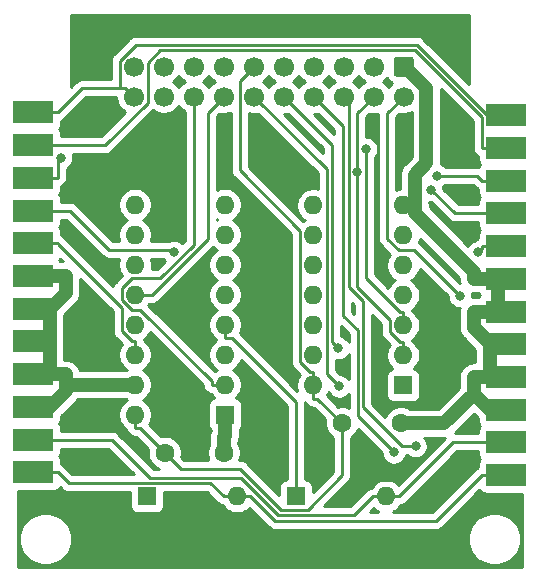
<source format=gbr>
%TF.GenerationSoftware,KiCad,Pcbnew,(5.1.9)-1*%
%TF.CreationDate,2021-07-27T14:06:03-04:00*%
%TF.ProjectId,Amiga2MacFloppy,416d6967-6132-44d6-9163-466c6f707079,1.0*%
%TF.SameCoordinates,Original*%
%TF.FileFunction,Copper,L1,Top*%
%TF.FilePolarity,Positive*%
%FSLAX46Y46*%
G04 Gerber Fmt 4.6, Leading zero omitted, Abs format (unit mm)*
G04 Created by KiCad (PCBNEW (5.1.9)-1) date 2021-07-27 14:06:03*
%MOMM*%
%LPD*%
G01*
G04 APERTURE LIST*
%TA.AperFunction,SMDPad,CuDef*%
%ADD10R,3.480000X1.846667*%
%TD*%
%TA.AperFunction,ComponentPad*%
%ADD11O,1.600000X1.600000*%
%TD*%
%TA.AperFunction,ComponentPad*%
%ADD12R,1.600000X1.600000*%
%TD*%
%TA.AperFunction,ComponentPad*%
%ADD13C,1.600000*%
%TD*%
%TA.AperFunction,ComponentPad*%
%ADD14C,1.700000*%
%TD*%
%TA.AperFunction,ViaPad*%
%ADD15C,0.800000*%
%TD*%
%TA.AperFunction,Conductor*%
%ADD16C,1.200000*%
%TD*%
%TA.AperFunction,Conductor*%
%ADD17C,0.250000*%
%TD*%
%TA.AperFunction,NonConductor*%
%ADD18C,0.254000*%
%TD*%
%TA.AperFunction,NonConductor*%
%ADD19C,0.100000*%
%TD*%
G04 APERTURE END LIST*
D10*
%TO.P,J3,1*%
%TO.N,_RDY*%
X158468000Y-120289000D03*
%TO.P,J3,2*%
%TO.N,_DKRD*%
X158468000Y-117519000D03*
%TO.P,J3,3*%
%TO.N,GND*%
X158468000Y-114749000D03*
%TO.P,J3,4*%
X158468000Y-111979000D03*
%TO.P,J3,5*%
X158468000Y-109209000D03*
%TO.P,J3,6*%
X158468000Y-106439000D03*
%TO.P,J3,7*%
X158468000Y-103669000D03*
%TO.P,J3,8*%
%TO.N,_MTRXD*%
X158468000Y-100899000D03*
%TO.P,J3,9*%
%TO.N,_SEL2*%
X158468000Y-98129000D03*
%TO.P,J3,10*%
%TO.N,_DRES*%
X158468000Y-95359000D03*
%TO.P,J3,11*%
%TO.N,_CHNG*%
X158468000Y-92589000D03*
%TO.P,J3,12*%
%TO.N,+5V*%
X158468000Y-89819000D03*
%TD*%
%TO.P,J1,12*%
%TO.N,+5V*%
X118444000Y-89580000D03*
%TO.P,J1,11*%
%TO.N,_CHNG*%
X118444000Y-92350000D03*
%TO.P,J1,10*%
%TO.N,_DRES*%
X118444000Y-95120000D03*
%TO.P,J1,9*%
%TO.N,_SEL3*%
X118444000Y-97890000D03*
%TO.P,J1,8*%
%TO.N,_MTRXD*%
X118444000Y-100660000D03*
%TO.P,J1,7*%
%TO.N,GND*%
X118444000Y-103430000D03*
%TO.P,J1,6*%
X118444000Y-106200000D03*
%TO.P,J1,5*%
X118444000Y-108970000D03*
%TO.P,J1,4*%
X118444000Y-111740000D03*
%TO.P,J1,3*%
X118444000Y-114510000D03*
%TO.P,J1,2*%
%TO.N,_DKRD*%
X118444000Y-117280000D03*
%TO.P,J1,1*%
%TO.N,_RDY*%
X118444000Y-120050000D03*
%TD*%
D11*
%TO.P,D2,2*%
%TO.N,_DKRD*%
X148288000Y-122093000D03*
D12*
%TO.P,D2,1*%
%TO.N,Net-(D1-Pad1)*%
X140668000Y-122093000D03*
%TD*%
D11*
%TO.P,D1,2*%
%TO.N,_RDY*%
X135688000Y-122093000D03*
D12*
%TO.P,D1,1*%
%TO.N,Net-(D1-Pad1)*%
X128068000Y-122093000D03*
%TD*%
D13*
%TO.P,C1,2*%
%TO.N,GND*%
X134568000Y-118393000D03*
%TO.P,C1,1*%
%TO.N,+5V*%
X129568000Y-118393000D03*
%TD*%
%TO.P,C2,2*%
%TO.N,GND*%
X149568000Y-115893000D03*
%TO.P,C2,1*%
%TO.N,+5V*%
X144568000Y-115893000D03*
%TD*%
D14*
%TO.P,J2,20*%
%TO.N,+5V*%
X126940000Y-88233000D03*
%TO.P,J2,18*%
%TO.N,WR*%
X129480000Y-88233000D03*
%TO.P,J2,16*%
%TO.N,RD*%
X132020000Y-88233000D03*
%TO.P,J2,14*%
%TO.N,_ENABLE*%
X134560000Y-88233000D03*
%TO.P,J2,12*%
%TO.N,SEL*%
X137100000Y-88233000D03*
%TO.P,J2,10*%
%TO.N,_DKWE*%
X139640000Y-88233000D03*
%TO.P,J2,8*%
%TO.N,PH3*%
X142180000Y-88233000D03*
%TO.P,J2,6*%
%TO.N,PH2*%
X144720000Y-88233000D03*
%TO.P,J2,4*%
%TO.N,DIR*%
X147260000Y-88233000D03*
%TO.P,J2,2*%
%TO.N,PH0*%
X149800000Y-88233000D03*
%TO.P,J2,19*%
%TO.N,N/C*%
X126940000Y-85693000D03*
%TO.P,J2,17*%
X129480000Y-85693000D03*
%TO.P,J2,15*%
%TO.N,+12V*%
X132020000Y-85693000D03*
%TO.P,J2,13*%
X134560000Y-85693000D03*
%TO.P,J2,11*%
%TO.N,+5V*%
X137100000Y-85693000D03*
%TO.P,J2,9*%
%TO.N,N/C*%
X139640000Y-85693000D03*
%TO.P,J2,7*%
%TO.N,GND*%
X142180000Y-85693000D03*
%TO.P,J2,5*%
X144720000Y-85693000D03*
%TO.P,J2,3*%
X147260000Y-85693000D03*
%TO.P,J2,1*%
%TA.AperFunction,ComponentPad*%
G36*
G01*
X149200000Y-84843000D02*
X150400000Y-84843000D01*
G75*
G02*
X150650000Y-85093000I0J-250000D01*
G01*
X150650000Y-86293000D01*
G75*
G02*
X150400000Y-86543000I-250000J0D01*
G01*
X149200000Y-86543000D01*
G75*
G02*
X148950000Y-86293000I0J250000D01*
G01*
X148950000Y-85093000D01*
G75*
G02*
X149200000Y-84843000I250000J0D01*
G01*
G37*
%TD.AperFunction*%
%TD*%
D11*
%TO.P,U2,14*%
%TO.N,+5V*%
X142137000Y-112684000D03*
%TO.P,U2,7*%
%TO.N,GND*%
X149757000Y-97444000D03*
%TO.P,U2,13*%
%TO.N,N/C*%
X142137000Y-110144000D03*
%TO.P,U2,6*%
X149757000Y-99984000D03*
%TO.P,U2,12*%
X142137000Y-107604000D03*
%TO.P,U2,5*%
X149757000Y-102524000D03*
%TO.P,U2,11*%
X142137000Y-105064000D03*
%TO.P,U2,4*%
X149757000Y-105064000D03*
%TO.P,U2,10*%
X142137000Y-102524000D03*
%TO.P,U2,3*%
%TO.N,WR*%
X149757000Y-107604000D03*
%TO.P,U2,9*%
%TO.N,N/C*%
X142137000Y-99984000D03*
%TO.P,U2,2*%
%TO.N,DIR*%
X149757000Y-110144000D03*
%TO.P,U2,8*%
%TO.N,N/C*%
X142137000Y-97444000D03*
D12*
%TO.P,U2,1*%
%TO.N,_DKWD*%
X149757000Y-112684000D03*
%TD*%
D11*
%TO.P,U1,16*%
%TO.N,+5V*%
X127054000Y-115168000D03*
%TO.P,U1,8*%
%TO.N,GND*%
X134674000Y-97388000D03*
%TO.P,U1,15*%
X127054000Y-112628000D03*
%TO.P,U1,7*%
%TO.N,N/C*%
X134674000Y-99928000D03*
%TO.P,U1,14*%
%TO.N,_MTRXD*%
X127054000Y-110088000D03*
%TO.P,U1,6*%
%TO.N,N/C*%
X134674000Y-102468000D03*
%TO.P,U1,13*%
%TO.N,_SEL1*%
X127054000Y-107548000D03*
%TO.P,U1,5*%
%TO.N,N/C*%
X134674000Y-105008000D03*
%TO.P,U1,12*%
%TO.N,_ENABLE*%
X127054000Y-105008000D03*
%TO.P,U1,4*%
%TO.N,Net-(D1-Pad1)*%
X134674000Y-107548000D03*
%TO.P,U1,11*%
%TO.N,N/C*%
X127054000Y-102468000D03*
%TO.P,U1,3*%
%TO.N,GND*%
X134674000Y-110088000D03*
%TO.P,U1,10*%
%TO.N,N/C*%
X127054000Y-99928000D03*
%TO.P,U1,2*%
%TO.N,RD*%
X134674000Y-112628000D03*
%TO.P,U1,9*%
%TO.N,N/C*%
X127054000Y-97388000D03*
D12*
%TO.P,U1,1*%
%TO.N,GND*%
X134674000Y-115168000D03*
%TD*%
D15*
%TO.N,_SEL3*%
X130317400Y-101387500D03*
%TO.N,DIR*%
X145849600Y-94583700D03*
%TO.N,_DKWE*%
X144263000Y-109529600D03*
%TO.N,_DRES*%
X152632800Y-94922900D03*
X120801600Y-93408100D03*
%TO.N,_SEL2*%
X152125400Y-96115300D03*
%TO.N,WR*%
X146584500Y-92681400D03*
%TO.N,_MTRXD*%
X156097300Y-101417000D03*
%TO.N,PH0*%
X154553000Y-105106900D03*
%TO.N,SEL*%
X144342300Y-112768900D03*
%TO.N,PH3*%
X148957300Y-118362100D03*
%TO.N,PH2*%
X150799900Y-117835100D03*
%TD*%
D16*
%TO.N,GND*%
X157812700Y-106439000D02*
X155727700Y-106439000D01*
X158468000Y-106439000D02*
X157812700Y-106439000D01*
X157653900Y-103669000D02*
X157812600Y-103827700D01*
X157812600Y-103827700D02*
X157812700Y-103827700D01*
X157812700Y-103827700D02*
X157812700Y-106439000D01*
X158468000Y-103669000D02*
X157653900Y-103669000D01*
X157653800Y-103669000D02*
X155727700Y-103669000D01*
X157653800Y-103669000D02*
X157653900Y-103669000D01*
X149800000Y-85693000D02*
X149890700Y-85693000D01*
X149890700Y-85693000D02*
X151691300Y-87493600D01*
X151691300Y-87493600D02*
X151691300Y-93884200D01*
X151691300Y-93884200D02*
X150720200Y-94855300D01*
X150720200Y-94855300D02*
X150720200Y-97404100D01*
X150720200Y-97404100D02*
X150760100Y-97444000D01*
X150760100Y-97444000D02*
X150760100Y-98129600D01*
X150760100Y-98129600D02*
X155727700Y-103097200D01*
X155727700Y-103097200D02*
X155727700Y-103669000D01*
X149757000Y-97444000D02*
X150760100Y-97444000D01*
X157783000Y-109209000D02*
X157146000Y-109209000D01*
X157146000Y-109209000D02*
X155727700Y-107790700D01*
X155727700Y-107790700D02*
X155727700Y-106439000D01*
X157783000Y-109209000D02*
X157097900Y-109209000D01*
X158468000Y-109209000D02*
X157783000Y-109209000D01*
X121184300Y-112628000D02*
X121184300Y-111740000D01*
X119814200Y-114510000D02*
X121184300Y-113139900D01*
X121184300Y-113139900D02*
X121184300Y-112628000D01*
X125253700Y-112628000D02*
X121184300Y-112628000D01*
X155727700Y-113378800D02*
X155727700Y-111979000D01*
X157097900Y-114749000D02*
X155727700Y-113378800D01*
X149568000Y-115893000D02*
X153213500Y-115893000D01*
X153213500Y-115893000D02*
X155727700Y-113378800D01*
X127054000Y-112628000D02*
X125253700Y-112628000D01*
X119814200Y-111740000D02*
X121184300Y-111740000D01*
X118444000Y-111740000D02*
X119814200Y-111740000D01*
X119814200Y-111740000D02*
X119814200Y-108970000D01*
X118444000Y-114510000D02*
X119814200Y-114510000D01*
X157097900Y-111979000D02*
X155727700Y-111979000D01*
X158468000Y-111979000D02*
X157097900Y-111979000D01*
X157097900Y-109209000D02*
X157097900Y-111979000D01*
X158468000Y-114749000D02*
X157097900Y-114749000D01*
X118444000Y-108970000D02*
X119814200Y-108970000D01*
X119814200Y-108970000D02*
X119814200Y-106200000D01*
X118444000Y-103430000D02*
X121184300Y-103430000D01*
X119814200Y-106200000D02*
X121184300Y-104829900D01*
X121184300Y-104829900D02*
X121184300Y-103430000D01*
X118444000Y-106200000D02*
X119814200Y-106200000D01*
X134674000Y-115168000D02*
X134674000Y-116968300D01*
X134674000Y-116968300D02*
X134568000Y-117074300D01*
X134568000Y-117074300D02*
X134568000Y-118393000D01*
D17*
%TO.N,_SEL3*%
X118444000Y-97890000D02*
X121536900Y-97890000D01*
X121536900Y-97890000D02*
X124844900Y-101198000D01*
X124844900Y-101198000D02*
X130127900Y-101198000D01*
X130127900Y-101198000D02*
X130317400Y-101387500D01*
%TO.N,DIR*%
X145849600Y-94583700D02*
X145849600Y-89643400D01*
X145849600Y-89643400D02*
X147260000Y-88233000D01*
X149757000Y-109018700D02*
X149475600Y-109018700D01*
X149475600Y-109018700D02*
X148631700Y-108174800D01*
X148631700Y-108174800D02*
X148631700Y-107161300D01*
X148631700Y-107161300D02*
X145849600Y-104379200D01*
X145849600Y-104379200D02*
X145849600Y-94583700D01*
X149757000Y-110144000D02*
X149757000Y-109018700D01*
%TO.N,_DKWE*%
X139640000Y-88233000D02*
X143712800Y-92305800D01*
X143712800Y-92305800D02*
X143712800Y-108979400D01*
X143712800Y-108979400D02*
X144263000Y-109529600D01*
%TO.N,_CHNG*%
X158468000Y-92589000D02*
X156402700Y-92589000D01*
X118444000Y-92350000D02*
X124514300Y-92350000D01*
X124514300Y-92350000D02*
X128123400Y-88740900D01*
X128123400Y-88740900D02*
X128123400Y-85380400D01*
X128123400Y-85380400D02*
X129187200Y-84316600D01*
X129187200Y-84316600D02*
X150741400Y-84316600D01*
X150741400Y-84316600D02*
X156402700Y-89977900D01*
X156402700Y-89977900D02*
X156402700Y-92589000D01*
%TO.N,_DRES*%
X120509300Y-95120000D02*
X120509300Y-93700400D01*
X120509300Y-93700400D02*
X120801600Y-93408100D01*
X118444000Y-95120000D02*
X120509300Y-95120000D01*
X158468000Y-95359000D02*
X156402700Y-95359000D01*
X152632800Y-94922900D02*
X155966600Y-94922900D01*
X155966600Y-94922900D02*
X156402700Y-95359000D01*
%TO.N,_SEL2*%
X158468000Y-98129000D02*
X154139100Y-98129000D01*
X154139100Y-98129000D02*
X152125400Y-96115300D01*
%TO.N,WR*%
X149757000Y-106478700D02*
X149475700Y-106478700D01*
X149475700Y-106478700D02*
X146584500Y-103587500D01*
X146584500Y-103587500D02*
X146584500Y-92681400D01*
X149757000Y-107604000D02*
X149757000Y-106478700D01*
%TO.N,RD*%
X134674000Y-112628000D02*
X133548700Y-112628000D01*
X133548700Y-112628000D02*
X133548700Y-112346700D01*
X133548700Y-112346700D02*
X127498500Y-106296500D01*
X127498500Y-106296500D02*
X126750900Y-106296500D01*
X126750900Y-106296500D02*
X125928600Y-105474200D01*
X125928600Y-105474200D02*
X125928600Y-104466500D01*
X125928600Y-104466500D02*
X126801700Y-103593400D01*
X126801700Y-103593400D02*
X129196000Y-103593400D01*
X129196000Y-103593400D02*
X132020000Y-100769400D01*
X132020000Y-100769400D02*
X132020000Y-88233000D01*
%TO.N,_RDY*%
X120509300Y-120050000D02*
X121427000Y-120967700D01*
X121427000Y-120967700D02*
X133437400Y-120967700D01*
X133437400Y-120967700D02*
X134562700Y-122093000D01*
X135688000Y-122093000D02*
X134562700Y-122093000D01*
X135688000Y-122093000D02*
X136813300Y-122093000D01*
X136813300Y-122093000D02*
X138865000Y-124144700D01*
X138865000Y-124144700D02*
X152547000Y-124144700D01*
X152547000Y-124144700D02*
X156402700Y-120289000D01*
X158468000Y-120289000D02*
X156402700Y-120289000D01*
X118444000Y-120050000D02*
X120509300Y-120050000D01*
%TO.N,_DKRD*%
X148288000Y-122093000D02*
X147162700Y-122093000D01*
X147162700Y-122093000D02*
X145561400Y-123694300D01*
X145561400Y-123694300D02*
X139167000Y-123694300D01*
X139167000Y-123694300D02*
X135979700Y-120507000D01*
X135979700Y-120507000D02*
X128309300Y-120507000D01*
X128309300Y-120507000D02*
X125082300Y-117280000D01*
X125082300Y-117280000D02*
X118444000Y-117280000D01*
X148372600Y-122093000D02*
X148288000Y-122093000D01*
X148372600Y-122093000D02*
X149413300Y-122093000D01*
X149413300Y-122093000D02*
X153987300Y-117519000D01*
X153987300Y-117519000D02*
X158468000Y-117519000D01*
%TO.N,_MTRXD*%
X156097300Y-101417000D02*
X156402700Y-101111600D01*
X156402700Y-101111600D02*
X156402700Y-100899000D01*
X158468000Y-100899000D02*
X156402700Y-100899000D01*
X120509300Y-100660000D02*
X120509300Y-100691800D01*
X120509300Y-100691800D02*
X125928700Y-106111200D01*
X125928700Y-106111200D02*
X125928700Y-108118800D01*
X125928700Y-108118800D02*
X126772600Y-108962700D01*
X126772600Y-108962700D02*
X127054000Y-108962700D01*
X118444000Y-100660000D02*
X120509300Y-100660000D01*
X127054000Y-110088000D02*
X127054000Y-108962700D01*
%TO.N,PH0*%
X149800000Y-88233000D02*
X148381800Y-89651200D01*
X148381800Y-89651200D02*
X148381800Y-100272000D01*
X148381800Y-100272000D02*
X149363800Y-101254000D01*
X149363800Y-101254000D02*
X150700100Y-101254000D01*
X150700100Y-101254000D02*
X154553000Y-105106900D01*
%TO.N,SEL*%
X137100000Y-88233000D02*
X143262400Y-94395400D01*
X143262400Y-94395400D02*
X143262400Y-111689000D01*
X143262400Y-111689000D02*
X144342300Y-112768900D01*
%TO.N,PH3*%
X142180000Y-88233000D02*
X144674000Y-90727000D01*
X144674000Y-90727000D02*
X144674000Y-106789200D01*
X144674000Y-106789200D02*
X145909100Y-108024300D01*
X145909100Y-108024300D02*
X145909100Y-115313900D01*
X145909100Y-115313900D02*
X148957300Y-118362100D01*
%TO.N,PH2*%
X144720000Y-88233000D02*
X145124300Y-88637300D01*
X145124300Y-88637300D02*
X145124300Y-104329200D01*
X145124300Y-104329200D02*
X146359400Y-105564300D01*
X146359400Y-105564300D02*
X146359400Y-114558700D01*
X146359400Y-114558700D02*
X149635800Y-117835100D01*
X149635800Y-117835100D02*
X150799900Y-117835100D01*
%TO.N,_ENABLE*%
X128179300Y-105008000D02*
X128497700Y-105008000D01*
X128497700Y-105008000D02*
X133195400Y-100310300D01*
X133195400Y-100310300D02*
X133195400Y-89597600D01*
X133195400Y-89597600D02*
X134560000Y-88233000D01*
X127054000Y-105008000D02*
X128179300Y-105008000D01*
%TO.N,Net-(D1-Pad1)*%
X134674000Y-107548000D02*
X134674000Y-108673300D01*
X134674000Y-108673300D02*
X135236600Y-108673300D01*
X135236600Y-108673300D02*
X140668000Y-114104700D01*
X140668000Y-114104700D02*
X140668000Y-122093000D01*
%TO.N,+5V*%
X158468000Y-89819000D02*
X156880800Y-89819000D01*
X156880800Y-89819000D02*
X150899000Y-83837200D01*
X150899000Y-83837200D02*
X127094600Y-83837200D01*
X127094600Y-83837200D02*
X125742300Y-85189500D01*
X125742300Y-85189500D02*
X125742300Y-87532700D01*
X127054000Y-115168000D02*
X127054000Y-116293300D01*
X127054000Y-116293300D02*
X127468300Y-116293300D01*
X127468300Y-116293300D02*
X129568000Y-118393000D01*
X129568000Y-118393000D02*
X130902700Y-119727700D01*
X130902700Y-119727700D02*
X135952900Y-119727700D01*
X135952900Y-119727700D02*
X139443600Y-123218400D01*
X139443600Y-123218400D02*
X141657900Y-123218400D01*
X141657900Y-123218400D02*
X144568000Y-120308300D01*
X144568000Y-120308300D02*
X144568000Y-115893000D01*
X142137000Y-112684000D02*
X142137000Y-111558700D01*
X137100000Y-85693000D02*
X135909400Y-86883600D01*
X135909400Y-86883600D02*
X135909400Y-94481600D01*
X135909400Y-94481600D02*
X141011700Y-99583900D01*
X141011700Y-99583900D02*
X141011700Y-110714800D01*
X141011700Y-110714800D02*
X141855600Y-111558700D01*
X141855600Y-111558700D02*
X142137000Y-111558700D01*
X142137000Y-112684000D02*
X142137000Y-113809300D01*
X142137000Y-113809300D02*
X142484300Y-113809300D01*
X142484300Y-113809300D02*
X144568000Y-115893000D01*
X125742300Y-87532700D02*
X122556600Y-87532700D01*
X122556600Y-87532700D02*
X120509300Y-89580000D01*
X126940000Y-88233000D02*
X126239700Y-87532700D01*
X126239700Y-87532700D02*
X125742300Y-87532700D01*
X118444000Y-89580000D02*
X120509300Y-89580000D01*
%TD*%
D18*
X120863200Y-121478702D02*
X120886999Y-121507701D01*
X121002724Y-121602674D01*
X121134753Y-121673246D01*
X121278014Y-121716703D01*
X121389667Y-121727700D01*
X121389675Y-121727700D01*
X121427000Y-121731376D01*
X121464325Y-121727700D01*
X126629928Y-121727700D01*
X126629928Y-122893000D01*
X126642188Y-123017482D01*
X126678498Y-123137180D01*
X126737463Y-123247494D01*
X126816815Y-123344185D01*
X126913506Y-123423537D01*
X127023820Y-123482502D01*
X127143518Y-123518812D01*
X127268000Y-123531072D01*
X128868000Y-123531072D01*
X128992482Y-123518812D01*
X129112180Y-123482502D01*
X129222494Y-123423537D01*
X129319185Y-123344185D01*
X129398537Y-123247494D01*
X129457502Y-123137180D01*
X129493812Y-123017482D01*
X129506072Y-122893000D01*
X129506072Y-121727700D01*
X133122599Y-121727700D01*
X133998900Y-122604002D01*
X134022699Y-122633001D01*
X134051697Y-122656799D01*
X134138424Y-122727974D01*
X134270453Y-122798546D01*
X134413714Y-122842003D01*
X134466053Y-122847158D01*
X134573363Y-123007759D01*
X134773241Y-123207637D01*
X135008273Y-123364680D01*
X135269426Y-123472853D01*
X135546665Y-123528000D01*
X135829335Y-123528000D01*
X136106574Y-123472853D01*
X136367727Y-123364680D01*
X136602759Y-123207637D01*
X136727947Y-123082449D01*
X138301201Y-124655703D01*
X138324999Y-124684701D01*
X138353997Y-124708499D01*
X138440723Y-124779674D01*
X138572753Y-124850246D01*
X138716014Y-124893703D01*
X138827667Y-124904700D01*
X138827677Y-124904700D01*
X138865000Y-124908376D01*
X138902323Y-124904700D01*
X152509678Y-124904700D01*
X152547000Y-124908376D01*
X152584322Y-124904700D01*
X152584333Y-124904700D01*
X152695986Y-124893703D01*
X152839247Y-124850246D01*
X152971276Y-124779674D01*
X153087001Y-124684701D01*
X153110804Y-124655697D01*
X156198460Y-121568042D01*
X156276815Y-121663518D01*
X156373506Y-121742870D01*
X156483820Y-121801835D01*
X156603518Y-121838145D01*
X156728000Y-121850405D01*
X159807761Y-121850405D01*
X159807761Y-128032960D01*
X117127760Y-128032960D01*
X117127760Y-125472872D01*
X117233000Y-125472872D01*
X117233000Y-125913128D01*
X117318890Y-126344925D01*
X117487369Y-126751669D01*
X117731962Y-127117729D01*
X118043271Y-127429038D01*
X118409331Y-127673631D01*
X118816075Y-127842110D01*
X119247872Y-127928000D01*
X119688128Y-127928000D01*
X120119925Y-127842110D01*
X120526669Y-127673631D01*
X120892729Y-127429038D01*
X121204038Y-127117729D01*
X121448631Y-126751669D01*
X121617110Y-126344925D01*
X121703000Y-125913128D01*
X121703000Y-125472872D01*
X155233000Y-125472872D01*
X155233000Y-125913128D01*
X155318890Y-126344925D01*
X155487369Y-126751669D01*
X155731962Y-127117729D01*
X156043271Y-127429038D01*
X156409331Y-127673631D01*
X156816075Y-127842110D01*
X157247872Y-127928000D01*
X157688128Y-127928000D01*
X158119925Y-127842110D01*
X158526669Y-127673631D01*
X158892729Y-127429038D01*
X159204038Y-127117729D01*
X159448631Y-126751669D01*
X159617110Y-126344925D01*
X159703000Y-125913128D01*
X159703000Y-125472872D01*
X159617110Y-125041075D01*
X159448631Y-124634331D01*
X159204038Y-124268271D01*
X158892729Y-123956962D01*
X158526669Y-123712369D01*
X158119925Y-123543890D01*
X157688128Y-123458000D01*
X157247872Y-123458000D01*
X156816075Y-123543890D01*
X156409331Y-123712369D01*
X156043271Y-123956962D01*
X155731962Y-124268271D01*
X155487369Y-124634331D01*
X155318890Y-125041075D01*
X155233000Y-125472872D01*
X121703000Y-125472872D01*
X121617110Y-125041075D01*
X121448631Y-124634331D01*
X121204038Y-124268271D01*
X120892729Y-123956962D01*
X120526669Y-123712369D01*
X120119925Y-123543890D01*
X119688128Y-123458000D01*
X119247872Y-123458000D01*
X118816075Y-123543890D01*
X118409331Y-123712369D01*
X118043271Y-123956962D01*
X117731962Y-124268271D01*
X117487369Y-124634331D01*
X117318890Y-125041075D01*
X117233000Y-125472872D01*
X117127760Y-125472872D01*
X117127760Y-121611405D01*
X120184000Y-121611405D01*
X120308482Y-121599145D01*
X120428180Y-121562835D01*
X120538494Y-121503870D01*
X120635185Y-121424518D01*
X120713540Y-121329042D01*
X120863200Y-121478702D01*
%TA.AperFunction,NonConductor*%
D19*
G36*
X120863200Y-121478702D02*
G01*
X120886999Y-121507701D01*
X121002724Y-121602674D01*
X121134753Y-121673246D01*
X121278014Y-121716703D01*
X121389667Y-121727700D01*
X121389675Y-121727700D01*
X121427000Y-121731376D01*
X121464325Y-121727700D01*
X126629928Y-121727700D01*
X126629928Y-122893000D01*
X126642188Y-123017482D01*
X126678498Y-123137180D01*
X126737463Y-123247494D01*
X126816815Y-123344185D01*
X126913506Y-123423537D01*
X127023820Y-123482502D01*
X127143518Y-123518812D01*
X127268000Y-123531072D01*
X128868000Y-123531072D01*
X128992482Y-123518812D01*
X129112180Y-123482502D01*
X129222494Y-123423537D01*
X129319185Y-123344185D01*
X129398537Y-123247494D01*
X129457502Y-123137180D01*
X129493812Y-123017482D01*
X129506072Y-122893000D01*
X129506072Y-121727700D01*
X133122599Y-121727700D01*
X133998900Y-122604002D01*
X134022699Y-122633001D01*
X134051697Y-122656799D01*
X134138424Y-122727974D01*
X134270453Y-122798546D01*
X134413714Y-122842003D01*
X134466053Y-122847158D01*
X134573363Y-123007759D01*
X134773241Y-123207637D01*
X135008273Y-123364680D01*
X135269426Y-123472853D01*
X135546665Y-123528000D01*
X135829335Y-123528000D01*
X136106574Y-123472853D01*
X136367727Y-123364680D01*
X136602759Y-123207637D01*
X136727947Y-123082449D01*
X138301201Y-124655703D01*
X138324999Y-124684701D01*
X138353997Y-124708499D01*
X138440723Y-124779674D01*
X138572753Y-124850246D01*
X138716014Y-124893703D01*
X138827667Y-124904700D01*
X138827677Y-124904700D01*
X138865000Y-124908376D01*
X138902323Y-124904700D01*
X152509678Y-124904700D01*
X152547000Y-124908376D01*
X152584322Y-124904700D01*
X152584333Y-124904700D01*
X152695986Y-124893703D01*
X152839247Y-124850246D01*
X152971276Y-124779674D01*
X153087001Y-124684701D01*
X153110804Y-124655697D01*
X156198460Y-121568042D01*
X156276815Y-121663518D01*
X156373506Y-121742870D01*
X156483820Y-121801835D01*
X156603518Y-121838145D01*
X156728000Y-121850405D01*
X159807761Y-121850405D01*
X159807761Y-128032960D01*
X117127760Y-128032960D01*
X117127760Y-125472872D01*
X117233000Y-125472872D01*
X117233000Y-125913128D01*
X117318890Y-126344925D01*
X117487369Y-126751669D01*
X117731962Y-127117729D01*
X118043271Y-127429038D01*
X118409331Y-127673631D01*
X118816075Y-127842110D01*
X119247872Y-127928000D01*
X119688128Y-127928000D01*
X120119925Y-127842110D01*
X120526669Y-127673631D01*
X120892729Y-127429038D01*
X121204038Y-127117729D01*
X121448631Y-126751669D01*
X121617110Y-126344925D01*
X121703000Y-125913128D01*
X121703000Y-125472872D01*
X155233000Y-125472872D01*
X155233000Y-125913128D01*
X155318890Y-126344925D01*
X155487369Y-126751669D01*
X155731962Y-127117729D01*
X156043271Y-127429038D01*
X156409331Y-127673631D01*
X156816075Y-127842110D01*
X157247872Y-127928000D01*
X157688128Y-127928000D01*
X158119925Y-127842110D01*
X158526669Y-127673631D01*
X158892729Y-127429038D01*
X159204038Y-127117729D01*
X159448631Y-126751669D01*
X159617110Y-126344925D01*
X159703000Y-125913128D01*
X159703000Y-125472872D01*
X159617110Y-125041075D01*
X159448631Y-124634331D01*
X159204038Y-124268271D01*
X158892729Y-123956962D01*
X158526669Y-123712369D01*
X158119925Y-123543890D01*
X157688128Y-123458000D01*
X157247872Y-123458000D01*
X156816075Y-123543890D01*
X156409331Y-123712369D01*
X156043271Y-123956962D01*
X155731962Y-124268271D01*
X155487369Y-124634331D01*
X155318890Y-125041075D01*
X155233000Y-125472872D01*
X121703000Y-125472872D01*
X121617110Y-125041075D01*
X121448631Y-124634331D01*
X121204038Y-124268271D01*
X120892729Y-123956962D01*
X120526669Y-123712369D01*
X120119925Y-123543890D01*
X119688128Y-123458000D01*
X119247872Y-123458000D01*
X118816075Y-123543890D01*
X118409331Y-123712369D01*
X118043271Y-123956962D01*
X117731962Y-124268271D01*
X117487369Y-124634331D01*
X117318890Y-125041075D01*
X117233000Y-125472872D01*
X117127760Y-125472872D01*
X117127760Y-121611405D01*
X120184000Y-121611405D01*
X120308482Y-121599145D01*
X120428180Y-121562835D01*
X120538494Y-121503870D01*
X120635185Y-121424518D01*
X120713540Y-121329042D01*
X120863200Y-121478702D01*
G37*
%TD.AperFunction*%
D18*
X147373241Y-123207637D02*
X147608273Y-123364680D01*
X147656606Y-123384700D01*
X146945802Y-123384700D01*
X147248053Y-123082449D01*
X147373241Y-123207637D01*
%TA.AperFunction,NonConductor*%
D19*
G36*
X147373241Y-123207637D02*
G01*
X147608273Y-123364680D01*
X147656606Y-123384700D01*
X146945802Y-123384700D01*
X147248053Y-123082449D01*
X147373241Y-123207637D01*
G37*
%TD.AperFunction*%
D18*
X156089928Y-118442333D02*
X156102188Y-118566815D01*
X156138498Y-118686513D01*
X156197463Y-118796827D01*
X156276815Y-118893518D01*
X156289587Y-118904000D01*
X156276815Y-118914482D01*
X156197463Y-119011173D01*
X156138498Y-119121487D01*
X156102188Y-119241185D01*
X156089928Y-119365667D01*
X156089928Y-119594425D01*
X155978424Y-119654026D01*
X155862699Y-119748999D01*
X155838901Y-119777997D01*
X152232199Y-123384700D01*
X148919394Y-123384700D01*
X148967727Y-123364680D01*
X149202759Y-123207637D01*
X149402637Y-123007759D01*
X149509947Y-122847158D01*
X149562286Y-122842003D01*
X149705547Y-122798546D01*
X149837576Y-122727974D01*
X149953301Y-122633001D01*
X149977104Y-122603997D01*
X154302102Y-118279000D01*
X156089928Y-118279000D01*
X156089928Y-118442333D01*
%TA.AperFunction,NonConductor*%
D19*
G36*
X156089928Y-118442333D02*
G01*
X156102188Y-118566815D01*
X156138498Y-118686513D01*
X156197463Y-118796827D01*
X156276815Y-118893518D01*
X156289587Y-118904000D01*
X156276815Y-118914482D01*
X156197463Y-119011173D01*
X156138498Y-119121487D01*
X156102188Y-119241185D01*
X156089928Y-119365667D01*
X156089928Y-119594425D01*
X155978424Y-119654026D01*
X155862699Y-119748999D01*
X155838901Y-119777997D01*
X152232199Y-123384700D01*
X148919394Y-123384700D01*
X148967727Y-123364680D01*
X149202759Y-123207637D01*
X149402637Y-123007759D01*
X149509947Y-122847158D01*
X149562286Y-122842003D01*
X149705547Y-122798546D01*
X149837576Y-122727974D01*
X149953301Y-122633001D01*
X149977104Y-122603997D01*
X154302102Y-118279000D01*
X156089928Y-118279000D01*
X156089928Y-118442333D01*
G37*
%TD.AperFunction*%
D18*
X147922300Y-118401902D02*
X147922300Y-118464039D01*
X147962074Y-118663998D01*
X148040095Y-118852356D01*
X148153363Y-119021874D01*
X148297526Y-119166037D01*
X148467044Y-119279305D01*
X148655402Y-119357326D01*
X148855361Y-119397100D01*
X149059239Y-119397100D01*
X149259198Y-119357326D01*
X149447556Y-119279305D01*
X149617074Y-119166037D01*
X149761237Y-119021874D01*
X149874505Y-118852356D01*
X149952526Y-118663998D01*
X149966231Y-118595100D01*
X150096189Y-118595100D01*
X150140126Y-118639037D01*
X150309644Y-118752305D01*
X150498002Y-118830326D01*
X150697961Y-118870100D01*
X150901839Y-118870100D01*
X151101798Y-118830326D01*
X151290156Y-118752305D01*
X151459674Y-118639037D01*
X151603837Y-118494874D01*
X151717105Y-118325356D01*
X151795126Y-118136998D01*
X151834900Y-117937039D01*
X151834900Y-117733161D01*
X151795126Y-117533202D01*
X151717105Y-117344844D01*
X151603837Y-117175326D01*
X151556511Y-117128000D01*
X153152835Y-117128000D01*
X153213500Y-117133975D01*
X153274165Y-117128000D01*
X153306703Y-117124795D01*
X149327947Y-121103551D01*
X149202759Y-120978363D01*
X148967727Y-120821320D01*
X148706574Y-120713147D01*
X148429335Y-120658000D01*
X148146665Y-120658000D01*
X147869426Y-120713147D01*
X147608273Y-120821320D01*
X147373241Y-120978363D01*
X147173363Y-121178241D01*
X147066053Y-121338842D01*
X147013714Y-121343997D01*
X146870453Y-121387454D01*
X146738424Y-121458026D01*
X146622699Y-121552999D01*
X146598901Y-121581997D01*
X145246599Y-122934300D01*
X143016801Y-122934300D01*
X145079004Y-120872098D01*
X145108001Y-120848301D01*
X145148259Y-120799247D01*
X145202974Y-120732577D01*
X145273546Y-120600547D01*
X145279400Y-120581247D01*
X145317003Y-120457286D01*
X145328000Y-120345633D01*
X145328000Y-120345623D01*
X145331676Y-120308300D01*
X145328000Y-120270977D01*
X145328000Y-117111043D01*
X145482759Y-117007637D01*
X145682637Y-116807759D01*
X145839680Y-116572727D01*
X145913913Y-116393514D01*
X147922300Y-118401902D01*
%TA.AperFunction,NonConductor*%
D19*
G36*
X147922300Y-118401902D02*
G01*
X147922300Y-118464039D01*
X147962074Y-118663998D01*
X148040095Y-118852356D01*
X148153363Y-119021874D01*
X148297526Y-119166037D01*
X148467044Y-119279305D01*
X148655402Y-119357326D01*
X148855361Y-119397100D01*
X149059239Y-119397100D01*
X149259198Y-119357326D01*
X149447556Y-119279305D01*
X149617074Y-119166037D01*
X149761237Y-119021874D01*
X149874505Y-118852356D01*
X149952526Y-118663998D01*
X149966231Y-118595100D01*
X150096189Y-118595100D01*
X150140126Y-118639037D01*
X150309644Y-118752305D01*
X150498002Y-118830326D01*
X150697961Y-118870100D01*
X150901839Y-118870100D01*
X151101798Y-118830326D01*
X151290156Y-118752305D01*
X151459674Y-118639037D01*
X151603837Y-118494874D01*
X151717105Y-118325356D01*
X151795126Y-118136998D01*
X151834900Y-117937039D01*
X151834900Y-117733161D01*
X151795126Y-117533202D01*
X151717105Y-117344844D01*
X151603837Y-117175326D01*
X151556511Y-117128000D01*
X153152835Y-117128000D01*
X153213500Y-117133975D01*
X153274165Y-117128000D01*
X153306703Y-117124795D01*
X149327947Y-121103551D01*
X149202759Y-120978363D01*
X148967727Y-120821320D01*
X148706574Y-120713147D01*
X148429335Y-120658000D01*
X148146665Y-120658000D01*
X147869426Y-120713147D01*
X147608273Y-120821320D01*
X147373241Y-120978363D01*
X147173363Y-121178241D01*
X147066053Y-121338842D01*
X147013714Y-121343997D01*
X146870453Y-121387454D01*
X146738424Y-121458026D01*
X146622699Y-121552999D01*
X146598901Y-121581997D01*
X145246599Y-122934300D01*
X143016801Y-122934300D01*
X145079004Y-120872098D01*
X145108001Y-120848301D01*
X145148259Y-120799247D01*
X145202974Y-120732577D01*
X145273546Y-120600547D01*
X145279400Y-120581247D01*
X145317003Y-120457286D01*
X145328000Y-120345633D01*
X145328000Y-120345623D01*
X145331676Y-120308300D01*
X145328000Y-120270977D01*
X145328000Y-117111043D01*
X145482759Y-117007637D01*
X145682637Y-116807759D01*
X145839680Y-116572727D01*
X145913913Y-116393514D01*
X147922300Y-118401902D01*
G37*
%TD.AperFunction*%
D18*
X139908000Y-114419502D02*
X139908001Y-120654928D01*
X139868000Y-120654928D01*
X139743518Y-120667188D01*
X139623820Y-120703498D01*
X139513506Y-120762463D01*
X139416815Y-120841815D01*
X139337463Y-120938506D01*
X139278498Y-121048820D01*
X139242188Y-121168518D01*
X139229928Y-121293000D01*
X139229928Y-121929926D01*
X136516704Y-119216703D01*
X136492901Y-119187699D01*
X136377176Y-119092726D01*
X136245147Y-119022154D01*
X136101886Y-118978697D01*
X135990233Y-118967700D01*
X135990222Y-118967700D01*
X135952900Y-118964024D01*
X135915578Y-118967700D01*
X135883184Y-118967700D01*
X135947853Y-118811574D01*
X136003000Y-118534335D01*
X136003000Y-118251665D01*
X135947853Y-117974426D01*
X135839680Y-117713273D01*
X135803000Y-117658377D01*
X135803000Y-117475962D01*
X135820511Y-117443201D01*
X135891130Y-117210402D01*
X135909000Y-117028965D01*
X135914975Y-116968300D01*
X135909000Y-116907635D01*
X135909000Y-116432468D01*
X135925185Y-116419185D01*
X136004537Y-116322494D01*
X136063502Y-116212180D01*
X136099812Y-116092482D01*
X136112072Y-115968000D01*
X136112072Y-114368000D01*
X136099812Y-114243518D01*
X136063502Y-114123820D01*
X136004537Y-114013506D01*
X135925185Y-113916815D01*
X135828494Y-113837463D01*
X135718180Y-113778498D01*
X135598482Y-113742188D01*
X135590039Y-113741357D01*
X135788637Y-113542759D01*
X135945680Y-113307727D01*
X136053853Y-113046574D01*
X136109000Y-112769335D01*
X136109000Y-112486665D01*
X136053853Y-112209426D01*
X135945680Y-111948273D01*
X135788637Y-111713241D01*
X135588759Y-111513363D01*
X135356241Y-111358000D01*
X135588759Y-111202637D01*
X135788637Y-111002759D01*
X135945680Y-110767727D01*
X136036637Y-110548138D01*
X139908000Y-114419502D01*
%TA.AperFunction,NonConductor*%
D19*
G36*
X139908000Y-114419502D02*
G01*
X139908001Y-120654928D01*
X139868000Y-120654928D01*
X139743518Y-120667188D01*
X139623820Y-120703498D01*
X139513506Y-120762463D01*
X139416815Y-120841815D01*
X139337463Y-120938506D01*
X139278498Y-121048820D01*
X139242188Y-121168518D01*
X139229928Y-121293000D01*
X139229928Y-121929926D01*
X136516704Y-119216703D01*
X136492901Y-119187699D01*
X136377176Y-119092726D01*
X136245147Y-119022154D01*
X136101886Y-118978697D01*
X135990233Y-118967700D01*
X135990222Y-118967700D01*
X135952900Y-118964024D01*
X135915578Y-118967700D01*
X135883184Y-118967700D01*
X135947853Y-118811574D01*
X136003000Y-118534335D01*
X136003000Y-118251665D01*
X135947853Y-117974426D01*
X135839680Y-117713273D01*
X135803000Y-117658377D01*
X135803000Y-117475962D01*
X135820511Y-117443201D01*
X135891130Y-117210402D01*
X135909000Y-117028965D01*
X135914975Y-116968300D01*
X135909000Y-116907635D01*
X135909000Y-116432468D01*
X135925185Y-116419185D01*
X136004537Y-116322494D01*
X136063502Y-116212180D01*
X136099812Y-116092482D01*
X136112072Y-115968000D01*
X136112072Y-114368000D01*
X136099812Y-114243518D01*
X136063502Y-114123820D01*
X136004537Y-114013506D01*
X135925185Y-113916815D01*
X135828494Y-113837463D01*
X135718180Y-113778498D01*
X135598482Y-113742188D01*
X135590039Y-113741357D01*
X135788637Y-113542759D01*
X135945680Y-113307727D01*
X136053853Y-113046574D01*
X136109000Y-112769335D01*
X136109000Y-112486665D01*
X136053853Y-112209426D01*
X135945680Y-111948273D01*
X135788637Y-111713241D01*
X135588759Y-111513363D01*
X135356241Y-111358000D01*
X135588759Y-111202637D01*
X135788637Y-111002759D01*
X135945680Y-110767727D01*
X136036637Y-110548138D01*
X139908000Y-114419502D01*
G37*
%TD.AperFunction*%
D18*
X141431454Y-114101547D02*
X141502026Y-114233576D01*
X141596999Y-114349301D01*
X141712724Y-114444274D01*
X141844753Y-114514846D01*
X141988014Y-114558303D01*
X142099667Y-114569300D01*
X142137000Y-114572977D01*
X142169932Y-114569733D01*
X143169312Y-115569114D01*
X143133000Y-115751665D01*
X143133000Y-116034335D01*
X143188147Y-116311574D01*
X143296320Y-116572727D01*
X143453363Y-116807759D01*
X143653241Y-117007637D01*
X143808001Y-117111044D01*
X143808000Y-119993498D01*
X142106072Y-121695427D01*
X142106072Y-121293000D01*
X142093812Y-121168518D01*
X142057502Y-121048820D01*
X141998537Y-120938506D01*
X141919185Y-120841815D01*
X141822494Y-120762463D01*
X141712180Y-120703498D01*
X141592482Y-120667188D01*
X141468000Y-120654928D01*
X141428000Y-120654928D01*
X141428000Y-114142033D01*
X141431677Y-114104700D01*
X141431324Y-114101120D01*
X141431454Y-114101547D01*
%TA.AperFunction,NonConductor*%
D19*
G36*
X141431454Y-114101547D02*
G01*
X141502026Y-114233576D01*
X141596999Y-114349301D01*
X141712724Y-114444274D01*
X141844753Y-114514846D01*
X141988014Y-114558303D01*
X142099667Y-114569300D01*
X142137000Y-114572977D01*
X142169932Y-114569733D01*
X143169312Y-115569114D01*
X143133000Y-115751665D01*
X143133000Y-116034335D01*
X143188147Y-116311574D01*
X143296320Y-116572727D01*
X143453363Y-116807759D01*
X143653241Y-117007637D01*
X143808001Y-117111044D01*
X143808000Y-119993498D01*
X142106072Y-121695427D01*
X142106072Y-121293000D01*
X142093812Y-121168518D01*
X142057502Y-121048820D01*
X141998537Y-120938506D01*
X141919185Y-120841815D01*
X141822494Y-120762463D01*
X141712180Y-120703498D01*
X141592482Y-120667188D01*
X141468000Y-120654928D01*
X141428000Y-120654928D01*
X141428000Y-114142033D01*
X141431677Y-114104700D01*
X141431324Y-114101120D01*
X141431454Y-114101547D01*
G37*
%TD.AperFunction*%
D18*
X126935198Y-120207700D02*
X121741802Y-120207700D01*
X121073103Y-119539002D01*
X121049301Y-119509999D01*
X120933576Y-119415026D01*
X120822072Y-119355425D01*
X120822072Y-119126667D01*
X120809812Y-119002185D01*
X120773502Y-118882487D01*
X120714537Y-118772173D01*
X120635185Y-118675482D01*
X120622413Y-118665000D01*
X120635185Y-118654518D01*
X120714537Y-118557827D01*
X120773502Y-118447513D01*
X120809812Y-118327815D01*
X120822072Y-118203333D01*
X120822072Y-118040000D01*
X124767499Y-118040000D01*
X126935198Y-120207700D01*
%TA.AperFunction,NonConductor*%
D19*
G36*
X126935198Y-120207700D02*
G01*
X121741802Y-120207700D01*
X121073103Y-119539002D01*
X121049301Y-119509999D01*
X120933576Y-119415026D01*
X120822072Y-119355425D01*
X120822072Y-119126667D01*
X120809812Y-119002185D01*
X120773502Y-118882487D01*
X120714537Y-118772173D01*
X120635185Y-118675482D01*
X120622413Y-118665000D01*
X120635185Y-118654518D01*
X120714537Y-118557827D01*
X120773502Y-118447513D01*
X120809812Y-118327815D01*
X120822072Y-118203333D01*
X120822072Y-118040000D01*
X124767499Y-118040000D01*
X126935198Y-120207700D01*
G37*
%TD.AperFunction*%
D18*
X126371759Y-113898000D02*
X126139241Y-114053363D01*
X125939363Y-114253241D01*
X125782320Y-114488273D01*
X125674147Y-114749426D01*
X125619000Y-115026665D01*
X125619000Y-115309335D01*
X125674147Y-115586574D01*
X125782320Y-115847727D01*
X125939363Y-116082759D01*
X126139241Y-116282637D01*
X126299842Y-116389947D01*
X126304997Y-116442286D01*
X126348454Y-116585547D01*
X126419026Y-116717576D01*
X126513999Y-116833301D01*
X126629724Y-116928274D01*
X126761753Y-116998846D01*
X126905014Y-117042303D01*
X127016667Y-117053300D01*
X127054000Y-117056977D01*
X127091333Y-117053300D01*
X127153499Y-117053300D01*
X128169312Y-118069114D01*
X128133000Y-118251665D01*
X128133000Y-118534335D01*
X128188147Y-118811574D01*
X128296320Y-119072727D01*
X128453363Y-119307759D01*
X128653241Y-119507637D01*
X128888273Y-119664680D01*
X129087011Y-119747000D01*
X128624102Y-119747000D01*
X125646104Y-116769003D01*
X125622301Y-116739999D01*
X125506576Y-116645026D01*
X125374547Y-116574454D01*
X125231286Y-116530997D01*
X125119633Y-116520000D01*
X125119622Y-116520000D01*
X125082300Y-116516324D01*
X125044978Y-116520000D01*
X120822072Y-116520000D01*
X120822072Y-116356667D01*
X120809812Y-116232185D01*
X120773502Y-116112487D01*
X120714537Y-116002173D01*
X120635185Y-115905482D01*
X120622413Y-115895000D01*
X120635185Y-115884518D01*
X120714537Y-115787827D01*
X120773502Y-115677513D01*
X120809812Y-115557815D01*
X120822072Y-115433333D01*
X120822072Y-115248681D01*
X122014681Y-114056073D01*
X122061802Y-114017402D01*
X122188516Y-113863000D01*
X126319377Y-113863000D01*
X126371759Y-113898000D01*
%TA.AperFunction,NonConductor*%
D19*
G36*
X126371759Y-113898000D02*
G01*
X126139241Y-114053363D01*
X125939363Y-114253241D01*
X125782320Y-114488273D01*
X125674147Y-114749426D01*
X125619000Y-115026665D01*
X125619000Y-115309335D01*
X125674147Y-115586574D01*
X125782320Y-115847727D01*
X125939363Y-116082759D01*
X126139241Y-116282637D01*
X126299842Y-116389947D01*
X126304997Y-116442286D01*
X126348454Y-116585547D01*
X126419026Y-116717576D01*
X126513999Y-116833301D01*
X126629724Y-116928274D01*
X126761753Y-116998846D01*
X126905014Y-117042303D01*
X127016667Y-117053300D01*
X127054000Y-117056977D01*
X127091333Y-117053300D01*
X127153499Y-117053300D01*
X128169312Y-118069114D01*
X128133000Y-118251665D01*
X128133000Y-118534335D01*
X128188147Y-118811574D01*
X128296320Y-119072727D01*
X128453363Y-119307759D01*
X128653241Y-119507637D01*
X128888273Y-119664680D01*
X129087011Y-119747000D01*
X128624102Y-119747000D01*
X125646104Y-116769003D01*
X125622301Y-116739999D01*
X125506576Y-116645026D01*
X125374547Y-116574454D01*
X125231286Y-116530997D01*
X125119633Y-116520000D01*
X125119622Y-116520000D01*
X125082300Y-116516324D01*
X125044978Y-116520000D01*
X120822072Y-116520000D01*
X120822072Y-116356667D01*
X120809812Y-116232185D01*
X120773502Y-116112487D01*
X120714537Y-116002173D01*
X120635185Y-115905482D01*
X120622413Y-115895000D01*
X120635185Y-115884518D01*
X120714537Y-115787827D01*
X120773502Y-115677513D01*
X120809812Y-115557815D01*
X120822072Y-115433333D01*
X120822072Y-115248681D01*
X122014681Y-114056073D01*
X122061802Y-114017402D01*
X122188516Y-113863000D01*
X126319377Y-113863000D01*
X126371759Y-113898000D01*
G37*
%TD.AperFunction*%
D18*
X132788281Y-112661083D02*
X132799697Y-112776986D01*
X132843154Y-112920247D01*
X132913726Y-113052276D01*
X132985638Y-113139901D01*
X133008699Y-113168001D01*
X133124424Y-113262974D01*
X133256453Y-113333546D01*
X133399714Y-113377003D01*
X133452053Y-113382158D01*
X133559363Y-113542759D01*
X133757961Y-113741357D01*
X133749518Y-113742188D01*
X133629820Y-113778498D01*
X133519506Y-113837463D01*
X133422815Y-113916815D01*
X133343463Y-114013506D01*
X133284498Y-114123820D01*
X133248188Y-114243518D01*
X133235928Y-114368000D01*
X133235928Y-115968000D01*
X133248188Y-116092482D01*
X133284498Y-116212180D01*
X133343463Y-116322494D01*
X133422815Y-116419185D01*
X133439000Y-116432468D01*
X133439000Y-116566639D01*
X133421489Y-116599400D01*
X133386180Y-116715799D01*
X133350870Y-116832198D01*
X133327025Y-117074300D01*
X133333000Y-117134965D01*
X133333000Y-117658377D01*
X133296320Y-117713273D01*
X133188147Y-117974426D01*
X133133000Y-118251665D01*
X133133000Y-118534335D01*
X133188147Y-118811574D01*
X133252816Y-118967700D01*
X131217502Y-118967700D01*
X130966688Y-118716886D01*
X131003000Y-118534335D01*
X131003000Y-118251665D01*
X130947853Y-117974426D01*
X130839680Y-117713273D01*
X130682637Y-117478241D01*
X130482759Y-117278363D01*
X130247727Y-117121320D01*
X129986574Y-117013147D01*
X129709335Y-116958000D01*
X129426665Y-116958000D01*
X129244114Y-116994312D01*
X128234295Y-115984494D01*
X128325680Y-115847727D01*
X128433853Y-115586574D01*
X128489000Y-115309335D01*
X128489000Y-115026665D01*
X128433853Y-114749426D01*
X128325680Y-114488273D01*
X128168637Y-114253241D01*
X127968759Y-114053363D01*
X127736241Y-113898000D01*
X127968759Y-113742637D01*
X128168637Y-113542759D01*
X128325680Y-113307727D01*
X128433853Y-113046574D01*
X128489000Y-112769335D01*
X128489000Y-112486665D01*
X128433853Y-112209426D01*
X128325680Y-111948273D01*
X128168637Y-111713241D01*
X127968759Y-111513363D01*
X127736241Y-111358000D01*
X127968759Y-111202637D01*
X128168637Y-111002759D01*
X128325680Y-110767727D01*
X128433853Y-110506574D01*
X128489000Y-110229335D01*
X128489000Y-109946665D01*
X128433853Y-109669426D01*
X128325680Y-109408273D01*
X128168637Y-109173241D01*
X127968759Y-108973363D01*
X127808158Y-108866053D01*
X127803003Y-108813714D01*
X127792833Y-108780187D01*
X127968759Y-108662637D01*
X128168637Y-108462759D01*
X128325680Y-108227727D01*
X128334246Y-108207047D01*
X132788281Y-112661083D01*
%TA.AperFunction,NonConductor*%
D19*
G36*
X132788281Y-112661083D02*
G01*
X132799697Y-112776986D01*
X132843154Y-112920247D01*
X132913726Y-113052276D01*
X132985638Y-113139901D01*
X133008699Y-113168001D01*
X133124424Y-113262974D01*
X133256453Y-113333546D01*
X133399714Y-113377003D01*
X133452053Y-113382158D01*
X133559363Y-113542759D01*
X133757961Y-113741357D01*
X133749518Y-113742188D01*
X133629820Y-113778498D01*
X133519506Y-113837463D01*
X133422815Y-113916815D01*
X133343463Y-114013506D01*
X133284498Y-114123820D01*
X133248188Y-114243518D01*
X133235928Y-114368000D01*
X133235928Y-115968000D01*
X133248188Y-116092482D01*
X133284498Y-116212180D01*
X133343463Y-116322494D01*
X133422815Y-116419185D01*
X133439000Y-116432468D01*
X133439000Y-116566639D01*
X133421489Y-116599400D01*
X133386180Y-116715799D01*
X133350870Y-116832198D01*
X133327025Y-117074300D01*
X133333000Y-117134965D01*
X133333000Y-117658377D01*
X133296320Y-117713273D01*
X133188147Y-117974426D01*
X133133000Y-118251665D01*
X133133000Y-118534335D01*
X133188147Y-118811574D01*
X133252816Y-118967700D01*
X131217502Y-118967700D01*
X130966688Y-118716886D01*
X131003000Y-118534335D01*
X131003000Y-118251665D01*
X130947853Y-117974426D01*
X130839680Y-117713273D01*
X130682637Y-117478241D01*
X130482759Y-117278363D01*
X130247727Y-117121320D01*
X129986574Y-117013147D01*
X129709335Y-116958000D01*
X129426665Y-116958000D01*
X129244114Y-116994312D01*
X128234295Y-115984494D01*
X128325680Y-115847727D01*
X128433853Y-115586574D01*
X128489000Y-115309335D01*
X128489000Y-115026665D01*
X128433853Y-114749426D01*
X128325680Y-114488273D01*
X128168637Y-114253241D01*
X127968759Y-114053363D01*
X127736241Y-113898000D01*
X127968759Y-113742637D01*
X128168637Y-113542759D01*
X128325680Y-113307727D01*
X128433853Y-113046574D01*
X128489000Y-112769335D01*
X128489000Y-112486665D01*
X128433853Y-112209426D01*
X128325680Y-111948273D01*
X128168637Y-111713241D01*
X127968759Y-111513363D01*
X127736241Y-111358000D01*
X127968759Y-111202637D01*
X128168637Y-111002759D01*
X128325680Y-110767727D01*
X128433853Y-110506574D01*
X128489000Y-110229335D01*
X128489000Y-109946665D01*
X128433853Y-109669426D01*
X128325680Y-109408273D01*
X128168637Y-109173241D01*
X127968759Y-108973363D01*
X127808158Y-108866053D01*
X127803003Y-108813714D01*
X127792833Y-108780187D01*
X127968759Y-108662637D01*
X128168637Y-108462759D01*
X128325680Y-108227727D01*
X128334246Y-108207047D01*
X132788281Y-112661083D01*
G37*
%TD.AperFunction*%
D18*
X156089928Y-115487582D02*
X156089928Y-115672333D01*
X156102188Y-115796815D01*
X156138498Y-115916513D01*
X156197463Y-116026827D01*
X156276815Y-116123518D01*
X156289587Y-116134000D01*
X156276815Y-116144482D01*
X156197463Y-116241173D01*
X156138498Y-116351487D01*
X156102188Y-116471185D01*
X156089928Y-116595667D01*
X156089928Y-116759000D01*
X154100441Y-116759000D01*
X154129678Y-116723375D01*
X155727700Y-115125354D01*
X156089928Y-115487582D01*
%TA.AperFunction,NonConductor*%
D19*
G36*
X156089928Y-115487582D02*
G01*
X156089928Y-115672333D01*
X156102188Y-115796815D01*
X156138498Y-115916513D01*
X156197463Y-116026827D01*
X156276815Y-116123518D01*
X156289587Y-116134000D01*
X156276815Y-116144482D01*
X156197463Y-116241173D01*
X156138498Y-116351487D01*
X156102188Y-116471185D01*
X156089928Y-116595667D01*
X156089928Y-116759000D01*
X154100441Y-116759000D01*
X154129678Y-116723375D01*
X155727700Y-115125354D01*
X156089928Y-115487582D01*
G37*
%TD.AperFunction*%
D18*
X153518000Y-105146703D02*
X153518000Y-105208839D01*
X153557774Y-105408798D01*
X153635795Y-105597156D01*
X153749063Y-105766674D01*
X153893226Y-105910837D01*
X154062744Y-106024105D01*
X154251102Y-106102126D01*
X154451061Y-106141900D01*
X154527254Y-106141900D01*
X154510570Y-106196898D01*
X154486725Y-106439000D01*
X154492700Y-106499665D01*
X154492700Y-107730035D01*
X154486725Y-107790700D01*
X154504047Y-107966574D01*
X154510570Y-108032801D01*
X154581189Y-108265600D01*
X154695867Y-108480148D01*
X154850198Y-108668202D01*
X154897325Y-108706878D01*
X155862900Y-109672454D01*
X155862901Y-110744000D01*
X155788365Y-110744000D01*
X155727700Y-110738025D01*
X155667035Y-110744000D01*
X155485598Y-110761870D01*
X155252799Y-110832489D01*
X155038251Y-110947167D01*
X154850198Y-111101498D01*
X154695867Y-111289551D01*
X154581189Y-111504099D01*
X154510570Y-111736898D01*
X154486725Y-111979000D01*
X154492700Y-112039665D01*
X154492700Y-112867246D01*
X152701947Y-114658000D01*
X150302623Y-114658000D01*
X150247727Y-114621320D01*
X149986574Y-114513147D01*
X149709335Y-114458000D01*
X149426665Y-114458000D01*
X149149426Y-114513147D01*
X148888273Y-114621320D01*
X148653241Y-114778363D01*
X148453363Y-114978241D01*
X148296320Y-115213273D01*
X148235531Y-115360030D01*
X147119400Y-114243899D01*
X147119400Y-106723802D01*
X147871701Y-107476103D01*
X147871700Y-108137477D01*
X147868024Y-108174800D01*
X147871700Y-108212122D01*
X147871700Y-108212132D01*
X147882697Y-108323785D01*
X147910549Y-108415601D01*
X147926154Y-108467046D01*
X147996726Y-108599076D01*
X148036571Y-108647626D01*
X148091699Y-108714801D01*
X148120702Y-108738603D01*
X148629937Y-109247838D01*
X148485320Y-109464273D01*
X148377147Y-109725426D01*
X148322000Y-110002665D01*
X148322000Y-110285335D01*
X148377147Y-110562574D01*
X148485320Y-110823727D01*
X148642363Y-111058759D01*
X148840961Y-111257357D01*
X148832518Y-111258188D01*
X148712820Y-111294498D01*
X148602506Y-111353463D01*
X148505815Y-111432815D01*
X148426463Y-111529506D01*
X148367498Y-111639820D01*
X148331188Y-111759518D01*
X148318928Y-111884000D01*
X148318928Y-113484000D01*
X148331188Y-113608482D01*
X148367498Y-113728180D01*
X148426463Y-113838494D01*
X148505815Y-113935185D01*
X148602506Y-114014537D01*
X148712820Y-114073502D01*
X148832518Y-114109812D01*
X148957000Y-114122072D01*
X150557000Y-114122072D01*
X150681482Y-114109812D01*
X150801180Y-114073502D01*
X150911494Y-114014537D01*
X151008185Y-113935185D01*
X151087537Y-113838494D01*
X151146502Y-113728180D01*
X151182812Y-113608482D01*
X151195072Y-113484000D01*
X151195072Y-111884000D01*
X151182812Y-111759518D01*
X151146502Y-111639820D01*
X151087537Y-111529506D01*
X151008185Y-111432815D01*
X150911494Y-111353463D01*
X150801180Y-111294498D01*
X150681482Y-111258188D01*
X150673039Y-111257357D01*
X150871637Y-111058759D01*
X151028680Y-110823727D01*
X151136853Y-110562574D01*
X151192000Y-110285335D01*
X151192000Y-110002665D01*
X151136853Y-109725426D01*
X151028680Y-109464273D01*
X150871637Y-109229241D01*
X150671759Y-109029363D01*
X150511158Y-108922053D01*
X150506003Y-108869714D01*
X150495833Y-108836187D01*
X150671759Y-108718637D01*
X150871637Y-108518759D01*
X151028680Y-108283727D01*
X151136853Y-108022574D01*
X151192000Y-107745335D01*
X151192000Y-107462665D01*
X151136853Y-107185426D01*
X151028680Y-106924273D01*
X150871637Y-106689241D01*
X150671759Y-106489363D01*
X150511158Y-106382053D01*
X150506003Y-106329714D01*
X150495833Y-106296187D01*
X150671759Y-106178637D01*
X150871637Y-105978759D01*
X151028680Y-105743727D01*
X151136853Y-105482574D01*
X151192000Y-105205335D01*
X151192000Y-104922665D01*
X151136853Y-104645426D01*
X151028680Y-104384273D01*
X150871637Y-104149241D01*
X150671759Y-103949363D01*
X150439241Y-103794000D01*
X150671759Y-103638637D01*
X150871637Y-103438759D01*
X151028680Y-103203727D01*
X151136853Y-102942574D01*
X151166223Y-102794924D01*
X153518000Y-105146703D01*
%TA.AperFunction,NonConductor*%
D19*
G36*
X153518000Y-105146703D02*
G01*
X153518000Y-105208839D01*
X153557774Y-105408798D01*
X153635795Y-105597156D01*
X153749063Y-105766674D01*
X153893226Y-105910837D01*
X154062744Y-106024105D01*
X154251102Y-106102126D01*
X154451061Y-106141900D01*
X154527254Y-106141900D01*
X154510570Y-106196898D01*
X154486725Y-106439000D01*
X154492700Y-106499665D01*
X154492700Y-107730035D01*
X154486725Y-107790700D01*
X154504047Y-107966574D01*
X154510570Y-108032801D01*
X154581189Y-108265600D01*
X154695867Y-108480148D01*
X154850198Y-108668202D01*
X154897325Y-108706878D01*
X155862900Y-109672454D01*
X155862901Y-110744000D01*
X155788365Y-110744000D01*
X155727700Y-110738025D01*
X155667035Y-110744000D01*
X155485598Y-110761870D01*
X155252799Y-110832489D01*
X155038251Y-110947167D01*
X154850198Y-111101498D01*
X154695867Y-111289551D01*
X154581189Y-111504099D01*
X154510570Y-111736898D01*
X154486725Y-111979000D01*
X154492700Y-112039665D01*
X154492700Y-112867246D01*
X152701947Y-114658000D01*
X150302623Y-114658000D01*
X150247727Y-114621320D01*
X149986574Y-114513147D01*
X149709335Y-114458000D01*
X149426665Y-114458000D01*
X149149426Y-114513147D01*
X148888273Y-114621320D01*
X148653241Y-114778363D01*
X148453363Y-114978241D01*
X148296320Y-115213273D01*
X148235531Y-115360030D01*
X147119400Y-114243899D01*
X147119400Y-106723802D01*
X147871701Y-107476103D01*
X147871700Y-108137477D01*
X147868024Y-108174800D01*
X147871700Y-108212122D01*
X147871700Y-108212132D01*
X147882697Y-108323785D01*
X147910549Y-108415601D01*
X147926154Y-108467046D01*
X147996726Y-108599076D01*
X148036571Y-108647626D01*
X148091699Y-108714801D01*
X148120702Y-108738603D01*
X148629937Y-109247838D01*
X148485320Y-109464273D01*
X148377147Y-109725426D01*
X148322000Y-110002665D01*
X148322000Y-110285335D01*
X148377147Y-110562574D01*
X148485320Y-110823727D01*
X148642363Y-111058759D01*
X148840961Y-111257357D01*
X148832518Y-111258188D01*
X148712820Y-111294498D01*
X148602506Y-111353463D01*
X148505815Y-111432815D01*
X148426463Y-111529506D01*
X148367498Y-111639820D01*
X148331188Y-111759518D01*
X148318928Y-111884000D01*
X148318928Y-113484000D01*
X148331188Y-113608482D01*
X148367498Y-113728180D01*
X148426463Y-113838494D01*
X148505815Y-113935185D01*
X148602506Y-114014537D01*
X148712820Y-114073502D01*
X148832518Y-114109812D01*
X148957000Y-114122072D01*
X150557000Y-114122072D01*
X150681482Y-114109812D01*
X150801180Y-114073502D01*
X150911494Y-114014537D01*
X151008185Y-113935185D01*
X151087537Y-113838494D01*
X151146502Y-113728180D01*
X151182812Y-113608482D01*
X151195072Y-113484000D01*
X151195072Y-111884000D01*
X151182812Y-111759518D01*
X151146502Y-111639820D01*
X151087537Y-111529506D01*
X151008185Y-111432815D01*
X150911494Y-111353463D01*
X150801180Y-111294498D01*
X150681482Y-111258188D01*
X150673039Y-111257357D01*
X150871637Y-111058759D01*
X151028680Y-110823727D01*
X151136853Y-110562574D01*
X151192000Y-110285335D01*
X151192000Y-110002665D01*
X151136853Y-109725426D01*
X151028680Y-109464273D01*
X150871637Y-109229241D01*
X150671759Y-109029363D01*
X150511158Y-108922053D01*
X150506003Y-108869714D01*
X150495833Y-108836187D01*
X150671759Y-108718637D01*
X150871637Y-108518759D01*
X151028680Y-108283727D01*
X151136853Y-108022574D01*
X151192000Y-107745335D01*
X151192000Y-107462665D01*
X151136853Y-107185426D01*
X151028680Y-106924273D01*
X150871637Y-106689241D01*
X150671759Y-106489363D01*
X150511158Y-106382053D01*
X150506003Y-106329714D01*
X150495833Y-106296187D01*
X150671759Y-106178637D01*
X150871637Y-105978759D01*
X151028680Y-105743727D01*
X151136853Y-105482574D01*
X151192000Y-105205335D01*
X151192000Y-104922665D01*
X151136853Y-104645426D01*
X151028680Y-104384273D01*
X150871637Y-104149241D01*
X150671759Y-103949363D01*
X150439241Y-103794000D01*
X150671759Y-103638637D01*
X150871637Y-103438759D01*
X151028680Y-103203727D01*
X151136853Y-102942574D01*
X151166223Y-102794924D01*
X153518000Y-105146703D01*
G37*
%TD.AperFunction*%
D18*
X143538363Y-113428674D02*
X143682526Y-113572837D01*
X143852044Y-113686105D01*
X144040402Y-113764126D01*
X144240361Y-113803900D01*
X144444239Y-113803900D01*
X144644198Y-113764126D01*
X144832556Y-113686105D01*
X145002074Y-113572837D01*
X145146237Y-113428674D01*
X145149101Y-113424388D01*
X145149101Y-114580468D01*
X144986574Y-114513147D01*
X144709335Y-114458000D01*
X144426665Y-114458000D01*
X144244114Y-114494312D01*
X143290459Y-113540658D01*
X143408680Y-113363727D01*
X143441701Y-113284008D01*
X143538363Y-113428674D01*
%TA.AperFunction,NonConductor*%
D19*
G36*
X143538363Y-113428674D02*
G01*
X143682526Y-113572837D01*
X143852044Y-113686105D01*
X144040402Y-113764126D01*
X144240361Y-113803900D01*
X144444239Y-113803900D01*
X144644198Y-113764126D01*
X144832556Y-113686105D01*
X145002074Y-113572837D01*
X145146237Y-113428674D01*
X145149101Y-113424388D01*
X145149101Y-114580468D01*
X144986574Y-114513147D01*
X144709335Y-114458000D01*
X144426665Y-114458000D01*
X144244114Y-114494312D01*
X143290459Y-113540658D01*
X143408680Y-113363727D01*
X143441701Y-113284008D01*
X143538363Y-113428674D01*
G37*
%TD.AperFunction*%
D18*
X135149401Y-94444268D02*
X135145724Y-94481600D01*
X135149401Y-94518933D01*
X135160398Y-94630586D01*
X135160419Y-94630654D01*
X135203854Y-94773846D01*
X135274426Y-94905876D01*
X135318188Y-94959199D01*
X135369400Y-95021601D01*
X135398398Y-95045399D01*
X140251700Y-99898702D01*
X140251701Y-110677468D01*
X140248024Y-110714800D01*
X140251701Y-110752133D01*
X140261296Y-110849546D01*
X140262698Y-110863785D01*
X140306154Y-111007046D01*
X140376726Y-111139076D01*
X140420981Y-111193000D01*
X140471700Y-111254801D01*
X140500698Y-111278599D01*
X141009937Y-111787838D01*
X140865320Y-112004273D01*
X140757147Y-112265426D01*
X140702000Y-112542665D01*
X140702000Y-112825335D01*
X140757147Y-113102574D01*
X140768794Y-113130692D01*
X135913696Y-108275595D01*
X135945680Y-108227727D01*
X136053853Y-107966574D01*
X136109000Y-107689335D01*
X136109000Y-107406665D01*
X136053853Y-107129426D01*
X135945680Y-106868273D01*
X135788637Y-106633241D01*
X135588759Y-106433363D01*
X135356241Y-106278000D01*
X135588759Y-106122637D01*
X135788637Y-105922759D01*
X135945680Y-105687727D01*
X136053853Y-105426574D01*
X136109000Y-105149335D01*
X136109000Y-104866665D01*
X136053853Y-104589426D01*
X135945680Y-104328273D01*
X135788637Y-104093241D01*
X135588759Y-103893363D01*
X135356241Y-103738000D01*
X135588759Y-103582637D01*
X135788637Y-103382759D01*
X135945680Y-103147727D01*
X136053853Y-102886574D01*
X136109000Y-102609335D01*
X136109000Y-102326665D01*
X136053853Y-102049426D01*
X135945680Y-101788273D01*
X135788637Y-101553241D01*
X135588759Y-101353363D01*
X135356241Y-101198000D01*
X135588759Y-101042637D01*
X135788637Y-100842759D01*
X135945680Y-100607727D01*
X136053853Y-100346574D01*
X136109000Y-100069335D01*
X136109000Y-99786665D01*
X136053853Y-99509426D01*
X135945680Y-99248273D01*
X135788637Y-99013241D01*
X135588759Y-98813363D01*
X135356241Y-98658000D01*
X135588759Y-98502637D01*
X135788637Y-98302759D01*
X135945680Y-98067727D01*
X136053853Y-97806574D01*
X136109000Y-97529335D01*
X136109000Y-97246665D01*
X136053853Y-96969426D01*
X135945680Y-96708273D01*
X135788637Y-96473241D01*
X135588759Y-96273363D01*
X135353727Y-96116320D01*
X135092574Y-96008147D01*
X134815335Y-95953000D01*
X134532665Y-95953000D01*
X134255426Y-96008147D01*
X133994273Y-96116320D01*
X133955400Y-96142294D01*
X133955400Y-89912401D01*
X134193592Y-89674209D01*
X134413740Y-89718000D01*
X134706260Y-89718000D01*
X134993158Y-89660932D01*
X135149400Y-89596215D01*
X135149401Y-94444268D01*
%TA.AperFunction,NonConductor*%
D19*
G36*
X135149401Y-94444268D02*
G01*
X135145724Y-94481600D01*
X135149401Y-94518933D01*
X135160398Y-94630586D01*
X135160419Y-94630654D01*
X135203854Y-94773846D01*
X135274426Y-94905876D01*
X135318188Y-94959199D01*
X135369400Y-95021601D01*
X135398398Y-95045399D01*
X140251700Y-99898702D01*
X140251701Y-110677468D01*
X140248024Y-110714800D01*
X140251701Y-110752133D01*
X140261296Y-110849546D01*
X140262698Y-110863785D01*
X140306154Y-111007046D01*
X140376726Y-111139076D01*
X140420981Y-111193000D01*
X140471700Y-111254801D01*
X140500698Y-111278599D01*
X141009937Y-111787838D01*
X140865320Y-112004273D01*
X140757147Y-112265426D01*
X140702000Y-112542665D01*
X140702000Y-112825335D01*
X140757147Y-113102574D01*
X140768794Y-113130692D01*
X135913696Y-108275595D01*
X135945680Y-108227727D01*
X136053853Y-107966574D01*
X136109000Y-107689335D01*
X136109000Y-107406665D01*
X136053853Y-107129426D01*
X135945680Y-106868273D01*
X135788637Y-106633241D01*
X135588759Y-106433363D01*
X135356241Y-106278000D01*
X135588759Y-106122637D01*
X135788637Y-105922759D01*
X135945680Y-105687727D01*
X136053853Y-105426574D01*
X136109000Y-105149335D01*
X136109000Y-104866665D01*
X136053853Y-104589426D01*
X135945680Y-104328273D01*
X135788637Y-104093241D01*
X135588759Y-103893363D01*
X135356241Y-103738000D01*
X135588759Y-103582637D01*
X135788637Y-103382759D01*
X135945680Y-103147727D01*
X136053853Y-102886574D01*
X136109000Y-102609335D01*
X136109000Y-102326665D01*
X136053853Y-102049426D01*
X135945680Y-101788273D01*
X135788637Y-101553241D01*
X135588759Y-101353363D01*
X135356241Y-101198000D01*
X135588759Y-101042637D01*
X135788637Y-100842759D01*
X135945680Y-100607727D01*
X136053853Y-100346574D01*
X136109000Y-100069335D01*
X136109000Y-99786665D01*
X136053853Y-99509426D01*
X135945680Y-99248273D01*
X135788637Y-99013241D01*
X135588759Y-98813363D01*
X135356241Y-98658000D01*
X135588759Y-98502637D01*
X135788637Y-98302759D01*
X135945680Y-98067727D01*
X136053853Y-97806574D01*
X136109000Y-97529335D01*
X136109000Y-97246665D01*
X136053853Y-96969426D01*
X135945680Y-96708273D01*
X135788637Y-96473241D01*
X135588759Y-96273363D01*
X135353727Y-96116320D01*
X135092574Y-96008147D01*
X134815335Y-95953000D01*
X134532665Y-95953000D01*
X134255426Y-96008147D01*
X133994273Y-96116320D01*
X133955400Y-96142294D01*
X133955400Y-89912401D01*
X134193592Y-89674209D01*
X134413740Y-89718000D01*
X134706260Y-89718000D01*
X134993158Y-89660932D01*
X135149400Y-89596215D01*
X135149401Y-94444268D01*
G37*
%TD.AperFunction*%
D18*
X145149101Y-112113412D02*
X145146237Y-112109126D01*
X145002074Y-111964963D01*
X144832556Y-111851695D01*
X144644198Y-111773674D01*
X144444239Y-111733900D01*
X144382102Y-111733900D01*
X144022400Y-111374199D01*
X144022400Y-110537019D01*
X144161061Y-110564600D01*
X144364939Y-110564600D01*
X144564898Y-110524826D01*
X144753256Y-110446805D01*
X144922774Y-110333537D01*
X145066937Y-110189374D01*
X145149100Y-110066408D01*
X145149101Y-112113412D01*
%TA.AperFunction,NonConductor*%
D19*
G36*
X145149101Y-112113412D02*
G01*
X145146237Y-112109126D01*
X145002074Y-111964963D01*
X144832556Y-111851695D01*
X144644198Y-111773674D01*
X144444239Y-111733900D01*
X144382102Y-111733900D01*
X144022400Y-111374199D01*
X144022400Y-110537019D01*
X144161061Y-110564600D01*
X144364939Y-110564600D01*
X144564898Y-110524826D01*
X144753256Y-110446805D01*
X144922774Y-110333537D01*
X145066937Y-110189374D01*
X145149100Y-110066408D01*
X145149101Y-112113412D01*
G37*
%TD.AperFunction*%
D18*
X133759241Y-101042637D02*
X133991759Y-101198000D01*
X133759241Y-101353363D01*
X133559363Y-101553241D01*
X133402320Y-101788273D01*
X133294147Y-102049426D01*
X133239000Y-102326665D01*
X133239000Y-102609335D01*
X133294147Y-102886574D01*
X133402320Y-103147727D01*
X133559363Y-103382759D01*
X133759241Y-103582637D01*
X133991759Y-103738000D01*
X133759241Y-103893363D01*
X133559363Y-104093241D01*
X133402320Y-104328273D01*
X133294147Y-104589426D01*
X133239000Y-104866665D01*
X133239000Y-105149335D01*
X133294147Y-105426574D01*
X133402320Y-105687727D01*
X133559363Y-105922759D01*
X133759241Y-106122637D01*
X133991759Y-106278000D01*
X133759241Y-106433363D01*
X133559363Y-106633241D01*
X133402320Y-106868273D01*
X133294147Y-107129426D01*
X133239000Y-107406665D01*
X133239000Y-107689335D01*
X133294147Y-107966574D01*
X133402320Y-108227727D01*
X133559363Y-108462759D01*
X133759241Y-108662637D01*
X133919842Y-108769947D01*
X133924997Y-108822286D01*
X133935167Y-108855813D01*
X133759241Y-108973363D01*
X133559363Y-109173241D01*
X133402320Y-109408273D01*
X133294147Y-109669426D01*
X133239000Y-109946665D01*
X133239000Y-110229335D01*
X133294147Y-110506574D01*
X133402320Y-110767727D01*
X133559363Y-111002759D01*
X133759241Y-111202637D01*
X133991759Y-111358000D01*
X133777779Y-111500977D01*
X128181023Y-105904222D01*
X128272043Y-105768000D01*
X128460378Y-105768000D01*
X128497700Y-105771676D01*
X128535022Y-105768000D01*
X128535033Y-105768000D01*
X128646686Y-105757003D01*
X128789947Y-105713546D01*
X128921976Y-105642974D01*
X129037701Y-105548001D01*
X129061504Y-105518997D01*
X133648553Y-100931949D01*
X133759241Y-101042637D01*
%TA.AperFunction,NonConductor*%
D19*
G36*
X133759241Y-101042637D02*
G01*
X133991759Y-101198000D01*
X133759241Y-101353363D01*
X133559363Y-101553241D01*
X133402320Y-101788273D01*
X133294147Y-102049426D01*
X133239000Y-102326665D01*
X133239000Y-102609335D01*
X133294147Y-102886574D01*
X133402320Y-103147727D01*
X133559363Y-103382759D01*
X133759241Y-103582637D01*
X133991759Y-103738000D01*
X133759241Y-103893363D01*
X133559363Y-104093241D01*
X133402320Y-104328273D01*
X133294147Y-104589426D01*
X133239000Y-104866665D01*
X133239000Y-105149335D01*
X133294147Y-105426574D01*
X133402320Y-105687727D01*
X133559363Y-105922759D01*
X133759241Y-106122637D01*
X133991759Y-106278000D01*
X133759241Y-106433363D01*
X133559363Y-106633241D01*
X133402320Y-106868273D01*
X133294147Y-107129426D01*
X133239000Y-107406665D01*
X133239000Y-107689335D01*
X133294147Y-107966574D01*
X133402320Y-108227727D01*
X133559363Y-108462759D01*
X133759241Y-108662637D01*
X133919842Y-108769947D01*
X133924997Y-108822286D01*
X133935167Y-108855813D01*
X133759241Y-108973363D01*
X133559363Y-109173241D01*
X133402320Y-109408273D01*
X133294147Y-109669426D01*
X133239000Y-109946665D01*
X133239000Y-110229335D01*
X133294147Y-110506574D01*
X133402320Y-110767727D01*
X133559363Y-111002759D01*
X133759241Y-111202637D01*
X133991759Y-111358000D01*
X133777779Y-111500977D01*
X128181023Y-105904222D01*
X128272043Y-105768000D01*
X128460378Y-105768000D01*
X128497700Y-105771676D01*
X128535022Y-105768000D01*
X128535033Y-105768000D01*
X128646686Y-105757003D01*
X128789947Y-105713546D01*
X128921976Y-105642974D01*
X129037701Y-105548001D01*
X129061504Y-105518997D01*
X133648553Y-100931949D01*
X133759241Y-101042637D01*
G37*
%TD.AperFunction*%
D18*
X125168700Y-106426002D02*
X125168701Y-108081468D01*
X125165024Y-108118800D01*
X125168701Y-108156133D01*
X125175753Y-108227727D01*
X125179698Y-108267785D01*
X125223154Y-108411046D01*
X125293726Y-108543076D01*
X125357743Y-108621080D01*
X125388700Y-108658801D01*
X125417698Y-108682599D01*
X125926937Y-109191838D01*
X125782320Y-109408273D01*
X125674147Y-109669426D01*
X125619000Y-109946665D01*
X125619000Y-110229335D01*
X125674147Y-110506574D01*
X125782320Y-110767727D01*
X125939363Y-111002759D01*
X126139241Y-111202637D01*
X126371759Y-111358000D01*
X126319377Y-111393000D01*
X122369609Y-111393000D01*
X122330811Y-111265099D01*
X122216133Y-111050551D01*
X122061802Y-110862498D01*
X121873749Y-110708167D01*
X121659201Y-110593489D01*
X121426402Y-110522870D01*
X121244965Y-110505000D01*
X121184300Y-110499025D01*
X121123635Y-110505000D01*
X121049200Y-110505000D01*
X121049200Y-109030664D01*
X121055175Y-108970000D01*
X121049200Y-108909335D01*
X121049200Y-106711553D01*
X122014681Y-105746073D01*
X122061802Y-105707402D01*
X122216133Y-105519349D01*
X122330811Y-105304801D01*
X122379930Y-105142877D01*
X122401430Y-105072003D01*
X122425275Y-104829901D01*
X122419300Y-104769236D01*
X122419300Y-103676601D01*
X125168700Y-106426002D01*
%TA.AperFunction,NonConductor*%
D19*
G36*
X125168700Y-106426002D02*
G01*
X125168701Y-108081468D01*
X125165024Y-108118800D01*
X125168701Y-108156133D01*
X125175753Y-108227727D01*
X125179698Y-108267785D01*
X125223154Y-108411046D01*
X125293726Y-108543076D01*
X125357743Y-108621080D01*
X125388700Y-108658801D01*
X125417698Y-108682599D01*
X125926937Y-109191838D01*
X125782320Y-109408273D01*
X125674147Y-109669426D01*
X125619000Y-109946665D01*
X125619000Y-110229335D01*
X125674147Y-110506574D01*
X125782320Y-110767727D01*
X125939363Y-111002759D01*
X126139241Y-111202637D01*
X126371759Y-111358000D01*
X126319377Y-111393000D01*
X122369609Y-111393000D01*
X122330811Y-111265099D01*
X122216133Y-111050551D01*
X122061802Y-110862498D01*
X121873749Y-110708167D01*
X121659201Y-110593489D01*
X121426402Y-110522870D01*
X121244965Y-110505000D01*
X121184300Y-110499025D01*
X121123635Y-110505000D01*
X121049200Y-110505000D01*
X121049200Y-109030664D01*
X121055175Y-108970000D01*
X121049200Y-108909335D01*
X121049200Y-106711553D01*
X122014681Y-105746073D01*
X122061802Y-105707402D01*
X122216133Y-105519349D01*
X122330811Y-105304801D01*
X122379930Y-105142877D01*
X122401430Y-105072003D01*
X122425275Y-104829901D01*
X122419300Y-104769236D01*
X122419300Y-103676601D01*
X125168700Y-106426002D01*
G37*
%TD.AperFunction*%
D18*
X145149100Y-108339102D02*
X145149100Y-108992792D01*
X145066937Y-108869826D01*
X144922774Y-108725663D01*
X144753256Y-108612395D01*
X144564898Y-108534374D01*
X144472800Y-108516055D01*
X144472800Y-107662801D01*
X145149100Y-108339102D01*
%TA.AperFunction,NonConductor*%
D19*
G36*
X145149100Y-108339102D02*
G01*
X145149100Y-108992792D01*
X145066937Y-108869826D01*
X144922774Y-108725663D01*
X144753256Y-108612395D01*
X144564898Y-108534374D01*
X144472800Y-108516055D01*
X144472800Y-107662801D01*
X145149100Y-108339102D01*
G37*
%TD.AperFunction*%
D18*
X145599400Y-105879102D02*
X145599400Y-106639799D01*
X145434000Y-106474399D01*
X145434000Y-105713702D01*
X145599400Y-105879102D01*
%TA.AperFunction,NonConductor*%
D19*
G36*
X145599400Y-105879102D02*
G01*
X145599400Y-106639799D01*
X145434000Y-106474399D01*
X145434000Y-105713702D01*
X145599400Y-105879102D01*
G37*
%TD.AperFunction*%
D18*
X155667035Y-104904000D02*
X155727700Y-104909975D01*
X155788365Y-104904000D01*
X156174571Y-104904000D01*
X156197463Y-104946827D01*
X156276815Y-105043518D01*
X156289587Y-105054000D01*
X156276815Y-105064482D01*
X156197463Y-105161173D01*
X156174571Y-105204000D01*
X155788365Y-105204000D01*
X155727700Y-105198025D01*
X155667035Y-105204000D01*
X155587402Y-105211843D01*
X155588000Y-105208839D01*
X155588000Y-105004961D01*
X155565937Y-104894043D01*
X155667035Y-104904000D01*
%TA.AperFunction,NonConductor*%
D19*
G36*
X155667035Y-104904000D02*
G01*
X155727700Y-104909975D01*
X155788365Y-104904000D01*
X156174571Y-104904000D01*
X156197463Y-104946827D01*
X156276815Y-105043518D01*
X156289587Y-105054000D01*
X156276815Y-105064482D01*
X156197463Y-105161173D01*
X156174571Y-105204000D01*
X155788365Y-105204000D01*
X155727700Y-105198025D01*
X155667035Y-105204000D01*
X155587402Y-105211843D01*
X155588000Y-105208839D01*
X155588000Y-105004961D01*
X155565937Y-104894043D01*
X155667035Y-104904000D01*
G37*
%TD.AperFunction*%
D18*
X147113740Y-89718000D02*
X147406260Y-89718000D01*
X147620506Y-89675384D01*
X147621800Y-89688522D01*
X147621801Y-100234668D01*
X147618124Y-100272000D01*
X147632798Y-100420985D01*
X147676254Y-100564246D01*
X147746826Y-100696276D01*
X147790929Y-100750015D01*
X147841800Y-100812001D01*
X147870798Y-100835799D01*
X148643301Y-101608303D01*
X148642363Y-101609241D01*
X148485320Y-101844273D01*
X148377147Y-102105426D01*
X148322000Y-102382665D01*
X148322000Y-102665335D01*
X148377147Y-102942574D01*
X148485320Y-103203727D01*
X148642363Y-103438759D01*
X148842241Y-103638637D01*
X149074759Y-103794000D01*
X148842241Y-103949363D01*
X148642363Y-104149241D01*
X148485320Y-104384273D01*
X148476754Y-104404953D01*
X147344500Y-103272699D01*
X147344500Y-93385111D01*
X147388437Y-93341174D01*
X147501705Y-93171656D01*
X147579726Y-92983298D01*
X147619500Y-92783339D01*
X147619500Y-92579461D01*
X147579726Y-92379502D01*
X147501705Y-92191144D01*
X147388437Y-92021626D01*
X147244274Y-91877463D01*
X147074756Y-91764195D01*
X146886398Y-91686174D01*
X146686439Y-91646400D01*
X146609600Y-91646400D01*
X146609600Y-89958201D01*
X146893592Y-89674209D01*
X147113740Y-89718000D01*
%TA.AperFunction,NonConductor*%
D19*
G36*
X147113740Y-89718000D02*
G01*
X147406260Y-89718000D01*
X147620506Y-89675384D01*
X147621800Y-89688522D01*
X147621801Y-100234668D01*
X147618124Y-100272000D01*
X147632798Y-100420985D01*
X147676254Y-100564246D01*
X147746826Y-100696276D01*
X147790929Y-100750015D01*
X147841800Y-100812001D01*
X147870798Y-100835799D01*
X148643301Y-101608303D01*
X148642363Y-101609241D01*
X148485320Y-101844273D01*
X148377147Y-102105426D01*
X148322000Y-102382665D01*
X148322000Y-102665335D01*
X148377147Y-102942574D01*
X148485320Y-103203727D01*
X148642363Y-103438759D01*
X148842241Y-103638637D01*
X149074759Y-103794000D01*
X148842241Y-103949363D01*
X148642363Y-104149241D01*
X148485320Y-104384273D01*
X148476754Y-104404953D01*
X147344500Y-103272699D01*
X147344500Y-93385111D01*
X147388437Y-93341174D01*
X147501705Y-93171656D01*
X147579726Y-92983298D01*
X147619500Y-92783339D01*
X147619500Y-92579461D01*
X147579726Y-92379502D01*
X147501705Y-92191144D01*
X147388437Y-92021626D01*
X147244274Y-91877463D01*
X147074756Y-91764195D01*
X146886398Y-91686174D01*
X146686439Y-91646400D01*
X146609600Y-91646400D01*
X146609600Y-89958201D01*
X146893592Y-89674209D01*
X147113740Y-89718000D01*
G37*
%TD.AperFunction*%
D18*
X124281105Y-101709008D02*
X124304899Y-101738001D01*
X124333892Y-101761795D01*
X124333896Y-101761799D01*
X124402133Y-101817799D01*
X124420624Y-101832974D01*
X124552653Y-101903546D01*
X124695914Y-101947003D01*
X124807567Y-101958000D01*
X124807576Y-101958000D01*
X124844899Y-101961676D01*
X124882222Y-101958000D01*
X125712017Y-101958000D01*
X125674147Y-102049426D01*
X125619000Y-102326665D01*
X125619000Y-102609335D01*
X125674147Y-102886574D01*
X125782320Y-103147727D01*
X125938633Y-103381666D01*
X125417598Y-103902701D01*
X125388600Y-103926499D01*
X125364802Y-103955497D01*
X125364801Y-103955498D01*
X125293626Y-104042224D01*
X125223054Y-104174254D01*
X125200684Y-104248000D01*
X125186631Y-104294329D01*
X121162933Y-100270632D01*
X121144274Y-100235724D01*
X121049301Y-100119999D01*
X120933576Y-100025026D01*
X120822072Y-99965425D01*
X120822072Y-99736667D01*
X120809812Y-99612185D01*
X120773502Y-99492487D01*
X120714537Y-99382173D01*
X120635185Y-99285482D01*
X120622413Y-99275000D01*
X120635185Y-99264518D01*
X120714537Y-99167827D01*
X120773502Y-99057513D01*
X120809812Y-98937815D01*
X120822072Y-98813333D01*
X120822072Y-98650000D01*
X121222099Y-98650000D01*
X124281105Y-101709008D01*
%TA.AperFunction,NonConductor*%
D19*
G36*
X124281105Y-101709008D02*
G01*
X124304899Y-101738001D01*
X124333892Y-101761795D01*
X124333896Y-101761799D01*
X124402133Y-101817799D01*
X124420624Y-101832974D01*
X124552653Y-101903546D01*
X124695914Y-101947003D01*
X124807567Y-101958000D01*
X124807576Y-101958000D01*
X124844899Y-101961676D01*
X124882222Y-101958000D01*
X125712017Y-101958000D01*
X125674147Y-102049426D01*
X125619000Y-102326665D01*
X125619000Y-102609335D01*
X125674147Y-102886574D01*
X125782320Y-103147727D01*
X125938633Y-103381666D01*
X125417598Y-103902701D01*
X125388600Y-103926499D01*
X125364802Y-103955497D01*
X125364801Y-103955498D01*
X125293626Y-104042224D01*
X125223054Y-104174254D01*
X125200684Y-104248000D01*
X125186631Y-104294329D01*
X121162933Y-100270632D01*
X121144274Y-100235724D01*
X121049301Y-100119999D01*
X120933576Y-100025026D01*
X120822072Y-99965425D01*
X120822072Y-99736667D01*
X120809812Y-99612185D01*
X120773502Y-99492487D01*
X120714537Y-99382173D01*
X120635185Y-99285482D01*
X120622413Y-99275000D01*
X120635185Y-99264518D01*
X120714537Y-99167827D01*
X120773502Y-99057513D01*
X120809812Y-98937815D01*
X120822072Y-98813333D01*
X120822072Y-98650000D01*
X121222099Y-98650000D01*
X124281105Y-101709008D01*
G37*
%TD.AperFunction*%
D18*
X154492662Y-103608716D02*
X154486725Y-103669000D01*
X154510570Y-103911102D01*
X154544780Y-104023877D01*
X151263904Y-100743003D01*
X151240101Y-100713999D01*
X151124376Y-100619026D01*
X151061186Y-100585250D01*
X151136853Y-100402574D01*
X151161685Y-100277738D01*
X154492662Y-103608716D01*
%TA.AperFunction,NonConductor*%
D19*
G36*
X154492662Y-103608716D02*
G01*
X154486725Y-103669000D01*
X154510570Y-103911102D01*
X154544780Y-104023877D01*
X151263904Y-100743003D01*
X151240101Y-100713999D01*
X151124376Y-100619026D01*
X151061186Y-100585250D01*
X151136853Y-100402574D01*
X151161685Y-100277738D01*
X154492662Y-103608716D01*
G37*
%TD.AperFunction*%
D18*
X129513463Y-102047274D02*
X129590394Y-102124205D01*
X128881199Y-102833400D01*
X128444430Y-102833400D01*
X128489000Y-102609335D01*
X128489000Y-102326665D01*
X128433853Y-102049426D01*
X128395983Y-101958000D01*
X129453812Y-101958000D01*
X129513463Y-102047274D01*
%TA.AperFunction,NonConductor*%
D19*
G36*
X129513463Y-102047274D02*
G01*
X129590394Y-102124205D01*
X128881199Y-102833400D01*
X128444430Y-102833400D01*
X128489000Y-102609335D01*
X128489000Y-102326665D01*
X128433853Y-102049426D01*
X128395983Y-101958000D01*
X129453812Y-101958000D01*
X129513463Y-102047274D01*
G37*
%TD.AperFunction*%
D18*
X120937699Y-102195000D02*
X120737429Y-102195000D01*
X120714537Y-102152173D01*
X120635185Y-102055482D01*
X120622413Y-102045000D01*
X120635185Y-102034518D01*
X120699206Y-101956507D01*
X120937699Y-102195000D01*
%TA.AperFunction,NonConductor*%
D19*
G36*
X120937699Y-102195000D02*
G01*
X120737429Y-102195000D01*
X120714537Y-102152173D01*
X120635185Y-102055482D01*
X120622413Y-102045000D01*
X120635185Y-102034518D01*
X120699206Y-101956507D01*
X120937699Y-102195000D01*
G37*
%TD.AperFunction*%
D18*
X152023461Y-97150300D02*
X152085599Y-97150300D01*
X153575301Y-98640003D01*
X153599099Y-98669001D01*
X153714824Y-98763974D01*
X153846853Y-98834546D01*
X153990114Y-98878003D01*
X154101767Y-98889000D01*
X154101777Y-98889000D01*
X154139100Y-98892676D01*
X154176423Y-98889000D01*
X156089928Y-98889000D01*
X156089928Y-99052333D01*
X156102188Y-99176815D01*
X156138498Y-99296513D01*
X156197463Y-99406827D01*
X156276815Y-99503518D01*
X156289587Y-99514000D01*
X156276815Y-99524482D01*
X156197463Y-99621173D01*
X156138498Y-99731487D01*
X156102188Y-99851185D01*
X156089928Y-99975667D01*
X156089928Y-100204425D01*
X155978424Y-100264026D01*
X155862699Y-100358999D01*
X155814259Y-100418023D01*
X155795402Y-100421774D01*
X155607044Y-100499795D01*
X155437526Y-100613063D01*
X155293363Y-100757226D01*
X155229643Y-100852590D01*
X151995100Y-97618047D01*
X151995100Y-97504665D01*
X152001075Y-97444000D01*
X151977230Y-97201898D01*
X151957604Y-97137200D01*
X152023461Y-97150300D01*
%TA.AperFunction,NonConductor*%
D19*
G36*
X152023461Y-97150300D02*
G01*
X152085599Y-97150300D01*
X153575301Y-98640003D01*
X153599099Y-98669001D01*
X153714824Y-98763974D01*
X153846853Y-98834546D01*
X153990114Y-98878003D01*
X154101767Y-98889000D01*
X154101777Y-98889000D01*
X154139100Y-98892676D01*
X154176423Y-98889000D01*
X156089928Y-98889000D01*
X156089928Y-99052333D01*
X156102188Y-99176815D01*
X156138498Y-99296513D01*
X156197463Y-99406827D01*
X156276815Y-99503518D01*
X156289587Y-99514000D01*
X156276815Y-99524482D01*
X156197463Y-99621173D01*
X156138498Y-99731487D01*
X156102188Y-99851185D01*
X156089928Y-99975667D01*
X156089928Y-100204425D01*
X155978424Y-100264026D01*
X155862699Y-100358999D01*
X155814259Y-100418023D01*
X155795402Y-100421774D01*
X155607044Y-100499795D01*
X155437526Y-100613063D01*
X155293363Y-100757226D01*
X155229643Y-100852590D01*
X151995100Y-97618047D01*
X151995100Y-97504665D01*
X152001075Y-97444000D01*
X151977230Y-97201898D01*
X151957604Y-97137200D01*
X152023461Y-97150300D01*
G37*
%TD.AperFunction*%
D18*
X130866525Y-89179632D02*
X131073368Y-89386475D01*
X131260001Y-89511179D01*
X131260000Y-100454598D01*
X131054105Y-100660494D01*
X130977174Y-100583563D01*
X130807656Y-100470295D01*
X130619298Y-100392274D01*
X130419339Y-100352500D01*
X130215461Y-100352500D01*
X130015502Y-100392274D01*
X129905110Y-100438000D01*
X128395983Y-100438000D01*
X128433853Y-100346574D01*
X128489000Y-100069335D01*
X128489000Y-99786665D01*
X128433853Y-99509426D01*
X128325680Y-99248273D01*
X128168637Y-99013241D01*
X127968759Y-98813363D01*
X127736241Y-98658000D01*
X127968759Y-98502637D01*
X128168637Y-98302759D01*
X128325680Y-98067727D01*
X128433853Y-97806574D01*
X128489000Y-97529335D01*
X128489000Y-97246665D01*
X128433853Y-96969426D01*
X128325680Y-96708273D01*
X128168637Y-96473241D01*
X127968759Y-96273363D01*
X127733727Y-96116320D01*
X127472574Y-96008147D01*
X127195335Y-95953000D01*
X126912665Y-95953000D01*
X126635426Y-96008147D01*
X126374273Y-96116320D01*
X126139241Y-96273363D01*
X125939363Y-96473241D01*
X125782320Y-96708273D01*
X125674147Y-96969426D01*
X125619000Y-97246665D01*
X125619000Y-97529335D01*
X125674147Y-97806574D01*
X125782320Y-98067727D01*
X125939363Y-98302759D01*
X126139241Y-98502637D01*
X126371759Y-98658000D01*
X126139241Y-98813363D01*
X125939363Y-99013241D01*
X125782320Y-99248273D01*
X125674147Y-99509426D01*
X125619000Y-99786665D01*
X125619000Y-100069335D01*
X125674147Y-100346574D01*
X125712017Y-100438000D01*
X125159703Y-100438000D01*
X122100704Y-97379003D01*
X122076901Y-97349999D01*
X121961176Y-97255026D01*
X121829147Y-97184454D01*
X121685886Y-97140997D01*
X121574233Y-97130000D01*
X121574222Y-97130000D01*
X121536900Y-97126324D01*
X121499578Y-97130000D01*
X120822072Y-97130000D01*
X120822072Y-96966667D01*
X120809812Y-96842185D01*
X120773502Y-96722487D01*
X120714537Y-96612173D01*
X120635185Y-96515482D01*
X120622413Y-96505000D01*
X120635185Y-96494518D01*
X120714537Y-96397827D01*
X120773502Y-96287513D01*
X120809812Y-96167815D01*
X120822072Y-96043333D01*
X120822072Y-95814575D01*
X120933576Y-95754974D01*
X121049301Y-95660001D01*
X121144274Y-95544276D01*
X121214846Y-95412247D01*
X121258303Y-95268986D01*
X121272977Y-95120000D01*
X121269300Y-95082667D01*
X121269300Y-94334648D01*
X121291856Y-94325305D01*
X121461374Y-94212037D01*
X121605537Y-94067874D01*
X121718805Y-93898356D01*
X121796826Y-93709998D01*
X121836600Y-93510039D01*
X121836600Y-93306161D01*
X121797581Y-93110000D01*
X124476978Y-93110000D01*
X124514300Y-93113676D01*
X124551622Y-93110000D01*
X124551633Y-93110000D01*
X124663286Y-93099003D01*
X124806547Y-93055546D01*
X124938576Y-92984974D01*
X125054301Y-92890001D01*
X125078104Y-92860997D01*
X128544913Y-89394189D01*
X128776589Y-89548990D01*
X129046842Y-89660932D01*
X129333740Y-89718000D01*
X129626260Y-89718000D01*
X129913158Y-89660932D01*
X130183411Y-89548990D01*
X130426632Y-89386475D01*
X130633475Y-89179632D01*
X130750000Y-89005240D01*
X130866525Y-89179632D01*
%TA.AperFunction,NonConductor*%
D19*
G36*
X130866525Y-89179632D02*
G01*
X131073368Y-89386475D01*
X131260001Y-89511179D01*
X131260000Y-100454598D01*
X131054105Y-100660494D01*
X130977174Y-100583563D01*
X130807656Y-100470295D01*
X130619298Y-100392274D01*
X130419339Y-100352500D01*
X130215461Y-100352500D01*
X130015502Y-100392274D01*
X129905110Y-100438000D01*
X128395983Y-100438000D01*
X128433853Y-100346574D01*
X128489000Y-100069335D01*
X128489000Y-99786665D01*
X128433853Y-99509426D01*
X128325680Y-99248273D01*
X128168637Y-99013241D01*
X127968759Y-98813363D01*
X127736241Y-98658000D01*
X127968759Y-98502637D01*
X128168637Y-98302759D01*
X128325680Y-98067727D01*
X128433853Y-97806574D01*
X128489000Y-97529335D01*
X128489000Y-97246665D01*
X128433853Y-96969426D01*
X128325680Y-96708273D01*
X128168637Y-96473241D01*
X127968759Y-96273363D01*
X127733727Y-96116320D01*
X127472574Y-96008147D01*
X127195335Y-95953000D01*
X126912665Y-95953000D01*
X126635426Y-96008147D01*
X126374273Y-96116320D01*
X126139241Y-96273363D01*
X125939363Y-96473241D01*
X125782320Y-96708273D01*
X125674147Y-96969426D01*
X125619000Y-97246665D01*
X125619000Y-97529335D01*
X125674147Y-97806574D01*
X125782320Y-98067727D01*
X125939363Y-98302759D01*
X126139241Y-98502637D01*
X126371759Y-98658000D01*
X126139241Y-98813363D01*
X125939363Y-99013241D01*
X125782320Y-99248273D01*
X125674147Y-99509426D01*
X125619000Y-99786665D01*
X125619000Y-100069335D01*
X125674147Y-100346574D01*
X125712017Y-100438000D01*
X125159703Y-100438000D01*
X122100704Y-97379003D01*
X122076901Y-97349999D01*
X121961176Y-97255026D01*
X121829147Y-97184454D01*
X121685886Y-97140997D01*
X121574233Y-97130000D01*
X121574222Y-97130000D01*
X121536900Y-97126324D01*
X121499578Y-97130000D01*
X120822072Y-97130000D01*
X120822072Y-96966667D01*
X120809812Y-96842185D01*
X120773502Y-96722487D01*
X120714537Y-96612173D01*
X120635185Y-96515482D01*
X120622413Y-96505000D01*
X120635185Y-96494518D01*
X120714537Y-96397827D01*
X120773502Y-96287513D01*
X120809812Y-96167815D01*
X120822072Y-96043333D01*
X120822072Y-95814575D01*
X120933576Y-95754974D01*
X121049301Y-95660001D01*
X121144274Y-95544276D01*
X121214846Y-95412247D01*
X121258303Y-95268986D01*
X121272977Y-95120000D01*
X121269300Y-95082667D01*
X121269300Y-94334648D01*
X121291856Y-94325305D01*
X121461374Y-94212037D01*
X121605537Y-94067874D01*
X121718805Y-93898356D01*
X121796826Y-93709998D01*
X121836600Y-93510039D01*
X121836600Y-93306161D01*
X121797581Y-93110000D01*
X124476978Y-93110000D01*
X124514300Y-93113676D01*
X124551622Y-93110000D01*
X124551633Y-93110000D01*
X124663286Y-93099003D01*
X124806547Y-93055546D01*
X124938576Y-92984974D01*
X125054301Y-92890001D01*
X125078104Y-92860997D01*
X128544913Y-89394189D01*
X128776589Y-89548990D01*
X129046842Y-89660932D01*
X129333740Y-89718000D01*
X129626260Y-89718000D01*
X129913158Y-89660932D01*
X130183411Y-89548990D01*
X130426632Y-89386475D01*
X130633475Y-89179632D01*
X130750000Y-89005240D01*
X130866525Y-89179632D01*
G37*
%TD.AperFunction*%
D18*
X136953740Y-89718000D02*
X137246260Y-89718000D01*
X137466408Y-89674209D01*
X142502400Y-94710202D01*
X142502400Y-96053570D01*
X142278335Y-96009000D01*
X141995665Y-96009000D01*
X141718426Y-96064147D01*
X141457273Y-96172320D01*
X141222241Y-96329363D01*
X141022363Y-96529241D01*
X140865320Y-96764273D01*
X140757147Y-97025426D01*
X140702000Y-97302665D01*
X140702000Y-97585335D01*
X140757147Y-97862574D01*
X140865320Y-98123727D01*
X141022363Y-98358759D01*
X141222241Y-98558637D01*
X141454759Y-98714000D01*
X141311994Y-98809392D01*
X136669400Y-94166799D01*
X136669400Y-89661441D01*
X136953740Y-89718000D01*
%TA.AperFunction,NonConductor*%
D19*
G36*
X136953740Y-89718000D02*
G01*
X137246260Y-89718000D01*
X137466408Y-89674209D01*
X142502400Y-94710202D01*
X142502400Y-96053570D01*
X142278335Y-96009000D01*
X141995665Y-96009000D01*
X141718426Y-96064147D01*
X141457273Y-96172320D01*
X141222241Y-96329363D01*
X141022363Y-96529241D01*
X140865320Y-96764273D01*
X140757147Y-97025426D01*
X140702000Y-97302665D01*
X140702000Y-97585335D01*
X140757147Y-97862574D01*
X140865320Y-98123727D01*
X141022363Y-98358759D01*
X141222241Y-98558637D01*
X141454759Y-98714000D01*
X141311994Y-98809392D01*
X136669400Y-94166799D01*
X136669400Y-89661441D01*
X136953740Y-89718000D01*
G37*
%TD.AperFunction*%
D18*
X133991759Y-98658000D02*
X133955400Y-98682294D01*
X133955400Y-98633706D01*
X133991759Y-98658000D01*
%TA.AperFunction,NonConductor*%
D19*
G36*
X133991759Y-98658000D02*
G01*
X133955400Y-98682294D01*
X133955400Y-98633706D01*
X133991759Y-98658000D01*
G37*
%TD.AperFunction*%
D18*
X155838896Y-95869997D02*
X155862699Y-95899001D01*
X155978424Y-95993974D01*
X156089928Y-96053575D01*
X156089928Y-96282333D01*
X156102188Y-96406815D01*
X156138498Y-96526513D01*
X156197463Y-96636827D01*
X156276815Y-96733518D01*
X156289587Y-96744000D01*
X156276815Y-96754482D01*
X156197463Y-96851173D01*
X156138498Y-96961487D01*
X156102188Y-97081185D01*
X156089928Y-97205667D01*
X156089928Y-97369000D01*
X154453902Y-97369000D01*
X153160400Y-96075499D01*
X153160400Y-96013361D01*
X153125599Y-95838406D01*
X153292574Y-95726837D01*
X153336511Y-95682900D01*
X155651799Y-95682900D01*
X155838896Y-95869997D01*
%TA.AperFunction,NonConductor*%
D19*
G36*
X155838896Y-95869997D02*
G01*
X155862699Y-95899001D01*
X155978424Y-95993974D01*
X156089928Y-96053575D01*
X156089928Y-96282333D01*
X156102188Y-96406815D01*
X156138498Y-96526513D01*
X156197463Y-96636827D01*
X156276815Y-96733518D01*
X156289587Y-96744000D01*
X156276815Y-96754482D01*
X156197463Y-96851173D01*
X156138498Y-96961487D01*
X156102188Y-97081185D01*
X156089928Y-97205667D01*
X156089928Y-97369000D01*
X154453902Y-97369000D01*
X153160400Y-96075499D01*
X153160400Y-96013361D01*
X153125599Y-95838406D01*
X153292574Y-95726837D01*
X153336511Y-95682900D01*
X155651799Y-95682900D01*
X155838896Y-95869997D01*
G37*
%TD.AperFunction*%
D18*
X150456301Y-93372645D02*
X149889825Y-93939122D01*
X149842698Y-93977798D01*
X149688367Y-94165852D01*
X149573689Y-94380400D01*
X149548306Y-94464076D01*
X149503070Y-94613198D01*
X149479225Y-94855300D01*
X149485200Y-94915966D01*
X149485200Y-96034951D01*
X149338426Y-96064147D01*
X149141800Y-96145592D01*
X149141800Y-89966001D01*
X149433592Y-89674209D01*
X149653740Y-89718000D01*
X149946260Y-89718000D01*
X150233158Y-89660932D01*
X150456300Y-89568504D01*
X150456301Y-93372645D01*
%TA.AperFunction,NonConductor*%
D19*
G36*
X150456301Y-93372645D02*
G01*
X149889825Y-93939122D01*
X149842698Y-93977798D01*
X149688367Y-94165852D01*
X149573689Y-94380400D01*
X149548306Y-94464076D01*
X149503070Y-94613198D01*
X149479225Y-94855300D01*
X149485200Y-94915966D01*
X149485200Y-96034951D01*
X149338426Y-96064147D01*
X149141800Y-96145592D01*
X149141800Y-89966001D01*
X149433592Y-89674209D01*
X149653740Y-89718000D01*
X149946260Y-89718000D01*
X150233158Y-89660932D01*
X150456300Y-89568504D01*
X150456301Y-93372645D01*
G37*
%TD.AperFunction*%
D18*
X155642700Y-90292702D02*
X155642701Y-92551657D01*
X155639023Y-92589000D01*
X155653697Y-92737986D01*
X155697154Y-92881247D01*
X155767726Y-93013276D01*
X155862699Y-93129001D01*
X155978424Y-93223974D01*
X156089928Y-93283575D01*
X156089928Y-93512333D01*
X156102188Y-93636815D01*
X156138498Y-93756513D01*
X156197463Y-93866827D01*
X156276815Y-93963518D01*
X156289587Y-93974000D01*
X156276815Y-93984482D01*
X156197463Y-94081173D01*
X156143392Y-94182332D01*
X156115586Y-94173897D01*
X156003933Y-94162900D01*
X156003922Y-94162900D01*
X155966600Y-94159224D01*
X155929278Y-94162900D01*
X153336511Y-94162900D01*
X153292574Y-94118963D01*
X153123056Y-94005695D01*
X152934698Y-93927674D01*
X152928122Y-93926366D01*
X152932275Y-93884200D01*
X152926300Y-93823535D01*
X152926300Y-87576301D01*
X155642700Y-90292702D01*
%TA.AperFunction,NonConductor*%
D19*
G36*
X155642700Y-90292702D02*
G01*
X155642701Y-92551657D01*
X155639023Y-92589000D01*
X155653697Y-92737986D01*
X155697154Y-92881247D01*
X155767726Y-93013276D01*
X155862699Y-93129001D01*
X155978424Y-93223974D01*
X156089928Y-93283575D01*
X156089928Y-93512333D01*
X156102188Y-93636815D01*
X156138498Y-93756513D01*
X156197463Y-93866827D01*
X156276815Y-93963518D01*
X156289587Y-93974000D01*
X156276815Y-93984482D01*
X156197463Y-94081173D01*
X156143392Y-94182332D01*
X156115586Y-94173897D01*
X156003933Y-94162900D01*
X156003922Y-94162900D01*
X155966600Y-94159224D01*
X155929278Y-94162900D01*
X153336511Y-94162900D01*
X153292574Y-94118963D01*
X153123056Y-94005695D01*
X152934698Y-93927674D01*
X152928122Y-93926366D01*
X152932275Y-93884200D01*
X152926300Y-93823535D01*
X152926300Y-87576301D01*
X155642700Y-90292702D01*
G37*
%TD.AperFunction*%
D18*
X142952800Y-92620602D02*
X142952800Y-93010998D01*
X139659801Y-89718000D01*
X139786260Y-89718000D01*
X140006408Y-89674209D01*
X142952800Y-92620602D01*
%TA.AperFunction,NonConductor*%
D19*
G36*
X142952800Y-92620602D02*
G01*
X142952800Y-93010998D01*
X139659801Y-89718000D01*
X139786260Y-89718000D01*
X140006408Y-89674209D01*
X142952800Y-92620602D01*
G37*
%TD.AperFunction*%
D18*
X125455000Y-88379260D02*
X125512068Y-88666158D01*
X125624010Y-88936411D01*
X125786525Y-89179632D01*
X125993368Y-89386475D01*
X126236589Y-89548990D01*
X126239360Y-89550138D01*
X124199499Y-91590000D01*
X120822072Y-91590000D01*
X120822072Y-91426667D01*
X120809812Y-91302185D01*
X120773502Y-91182487D01*
X120714537Y-91072173D01*
X120635185Y-90975482D01*
X120622413Y-90965000D01*
X120635185Y-90954518D01*
X120714537Y-90857827D01*
X120773502Y-90747513D01*
X120809812Y-90627815D01*
X120822072Y-90503333D01*
X120822072Y-90274575D01*
X120933576Y-90214974D01*
X121049301Y-90120001D01*
X121073104Y-90090998D01*
X122871403Y-88292700D01*
X125455000Y-88292700D01*
X125455000Y-88379260D01*
%TA.AperFunction,NonConductor*%
D19*
G36*
X125455000Y-88379260D02*
G01*
X125512068Y-88666158D01*
X125624010Y-88936411D01*
X125786525Y-89179632D01*
X125993368Y-89386475D01*
X126236589Y-89548990D01*
X126239360Y-89550138D01*
X124199499Y-91590000D01*
X120822072Y-91590000D01*
X120822072Y-91426667D01*
X120809812Y-91302185D01*
X120773502Y-91182487D01*
X120714537Y-91072173D01*
X120635185Y-90975482D01*
X120622413Y-90965000D01*
X120635185Y-90954518D01*
X120714537Y-90857827D01*
X120773502Y-90747513D01*
X120809812Y-90627815D01*
X120822072Y-90503333D01*
X120822072Y-90274575D01*
X120933576Y-90214974D01*
X121049301Y-90120001D01*
X121073104Y-90090998D01*
X122871403Y-88292700D01*
X125455000Y-88292700D01*
X125455000Y-88379260D01*
G37*
%TD.AperFunction*%
D18*
X143914000Y-91041802D02*
X143914000Y-91432198D01*
X142199801Y-89718000D01*
X142326260Y-89718000D01*
X142546408Y-89674209D01*
X143914000Y-91041802D01*
%TA.AperFunction,NonConductor*%
D19*
G36*
X143914000Y-91041802D02*
G01*
X143914000Y-91432198D01*
X142199801Y-89718000D01*
X142326260Y-89718000D01*
X142546408Y-89674209D01*
X143914000Y-91041802D01*
G37*
%TD.AperFunction*%
D18*
X141026525Y-86639632D02*
X141233368Y-86846475D01*
X141407760Y-86963000D01*
X141233368Y-87079525D01*
X141026525Y-87286368D01*
X140910000Y-87460760D01*
X140793475Y-87286368D01*
X140586632Y-87079525D01*
X140412240Y-86963000D01*
X140586632Y-86846475D01*
X140793475Y-86639632D01*
X140910000Y-86465240D01*
X141026525Y-86639632D01*
%TA.AperFunction,NonConductor*%
D19*
G36*
X141026525Y-86639632D02*
G01*
X141233368Y-86846475D01*
X141407760Y-86963000D01*
X141233368Y-87079525D01*
X141026525Y-87286368D01*
X140910000Y-87460760D01*
X140793475Y-87286368D01*
X140586632Y-87079525D01*
X140412240Y-86963000D01*
X140586632Y-86846475D01*
X140793475Y-86639632D01*
X140910000Y-86465240D01*
X141026525Y-86639632D01*
G37*
%TD.AperFunction*%
D18*
X133406525Y-86639632D02*
X133613368Y-86846475D01*
X133787760Y-86963000D01*
X133613368Y-87079525D01*
X133406525Y-87286368D01*
X133290000Y-87460760D01*
X133173475Y-87286368D01*
X132966632Y-87079525D01*
X132792240Y-86963000D01*
X132966632Y-86846475D01*
X133173475Y-86639632D01*
X133290000Y-86465240D01*
X133406525Y-86639632D01*
%TA.AperFunction,NonConductor*%
D19*
G36*
X133406525Y-86639632D02*
G01*
X133613368Y-86846475D01*
X133787760Y-86963000D01*
X133613368Y-87079525D01*
X133406525Y-87286368D01*
X133290000Y-87460760D01*
X133173475Y-87286368D01*
X132966632Y-87079525D01*
X132792240Y-86963000D01*
X132966632Y-86846475D01*
X133173475Y-86639632D01*
X133290000Y-86465240D01*
X133406525Y-86639632D01*
G37*
%TD.AperFunction*%
D18*
X138486525Y-86639632D02*
X138693368Y-86846475D01*
X138867760Y-86963000D01*
X138693368Y-87079525D01*
X138486525Y-87286368D01*
X138370000Y-87460760D01*
X138253475Y-87286368D01*
X138046632Y-87079525D01*
X137872240Y-86963000D01*
X138046632Y-86846475D01*
X138253475Y-86639632D01*
X138370000Y-86465240D01*
X138486525Y-86639632D01*
%TA.AperFunction,NonConductor*%
D19*
G36*
X138486525Y-86639632D02*
G01*
X138693368Y-86846475D01*
X138867760Y-86963000D01*
X138693368Y-87079525D01*
X138486525Y-87286368D01*
X138370000Y-87460760D01*
X138253475Y-87286368D01*
X138046632Y-87079525D01*
X137872240Y-86963000D01*
X138046632Y-86846475D01*
X138253475Y-86639632D01*
X138370000Y-86465240D01*
X138486525Y-86639632D01*
G37*
%TD.AperFunction*%
D18*
X143566525Y-86639632D02*
X143773368Y-86846475D01*
X143947760Y-86963000D01*
X143773368Y-87079525D01*
X143566525Y-87286368D01*
X143450000Y-87460760D01*
X143333475Y-87286368D01*
X143126632Y-87079525D01*
X142952240Y-86963000D01*
X143126632Y-86846475D01*
X143333475Y-86639632D01*
X143450000Y-86465240D01*
X143566525Y-86639632D01*
%TA.AperFunction,NonConductor*%
D19*
G36*
X143566525Y-86639632D02*
G01*
X143773368Y-86846475D01*
X143947760Y-86963000D01*
X143773368Y-87079525D01*
X143566525Y-87286368D01*
X143450000Y-87460760D01*
X143333475Y-87286368D01*
X143126632Y-87079525D01*
X142952240Y-86963000D01*
X143126632Y-86846475D01*
X143333475Y-86639632D01*
X143450000Y-86465240D01*
X143566525Y-86639632D01*
G37*
%TD.AperFunction*%
D18*
X146106525Y-86639632D02*
X146313368Y-86846475D01*
X146487760Y-86963000D01*
X146313368Y-87079525D01*
X146106525Y-87286368D01*
X145990000Y-87460760D01*
X145873475Y-87286368D01*
X145666632Y-87079525D01*
X145492240Y-86963000D01*
X145666632Y-86846475D01*
X145873475Y-86639632D01*
X145990000Y-86465240D01*
X146106525Y-86639632D01*
%TA.AperFunction,NonConductor*%
D19*
G36*
X146106525Y-86639632D02*
G01*
X146313368Y-86846475D01*
X146487760Y-86963000D01*
X146313368Y-87079525D01*
X146106525Y-87286368D01*
X145990000Y-87460760D01*
X145873475Y-87286368D01*
X145666632Y-87079525D01*
X145492240Y-86963000D01*
X145666632Y-86846475D01*
X145873475Y-86639632D01*
X145990000Y-86465240D01*
X146106525Y-86639632D01*
G37*
%TD.AperFunction*%
D18*
X148461595Y-86786386D02*
X148572038Y-86920962D01*
X148706614Y-87031405D01*
X148833608Y-87099285D01*
X148646525Y-87286368D01*
X148530000Y-87460760D01*
X148413475Y-87286368D01*
X148206632Y-87079525D01*
X148032240Y-86963000D01*
X148206632Y-86846475D01*
X148393715Y-86659392D01*
X148461595Y-86786386D01*
%TA.AperFunction,NonConductor*%
D19*
G36*
X148461595Y-86786386D02*
G01*
X148572038Y-86920962D01*
X148706614Y-87031405D01*
X148833608Y-87099285D01*
X148646525Y-87286368D01*
X148530000Y-87460760D01*
X148413475Y-87286368D01*
X148206632Y-87079525D01*
X148032240Y-86963000D01*
X148206632Y-86846475D01*
X148393715Y-86659392D01*
X148461595Y-86786386D01*
G37*
%TD.AperFunction*%
D18*
X130866525Y-86639632D02*
X131073368Y-86846475D01*
X131247760Y-86963000D01*
X131073368Y-87079525D01*
X130866525Y-87286368D01*
X130750000Y-87460760D01*
X130633475Y-87286368D01*
X130426632Y-87079525D01*
X130252240Y-86963000D01*
X130426632Y-86846475D01*
X130633475Y-86639632D01*
X130750000Y-86465240D01*
X130866525Y-86639632D01*
%TA.AperFunction,NonConductor*%
D19*
G36*
X130866525Y-86639632D02*
G01*
X131073368Y-86846475D01*
X131247760Y-86963000D01*
X131073368Y-87079525D01*
X130866525Y-87286368D01*
X130750000Y-87460760D01*
X130633475Y-87286368D01*
X130426632Y-87079525D01*
X130252240Y-86963000D01*
X130426632Y-86846475D01*
X130633475Y-86639632D01*
X130750000Y-86465240D01*
X130866525Y-86639632D01*
G37*
%TD.AperFunction*%
D18*
X155307761Y-87171159D02*
X151462804Y-83326203D01*
X151439001Y-83297199D01*
X151323276Y-83202226D01*
X151191247Y-83131654D01*
X151047986Y-83088197D01*
X150936333Y-83077200D01*
X150936322Y-83077200D01*
X150899000Y-83073524D01*
X150861678Y-83077200D01*
X127131922Y-83077200D01*
X127094599Y-83073524D01*
X127057277Y-83077200D01*
X127057267Y-83077200D01*
X126945614Y-83088197D01*
X126802353Y-83131654D01*
X126670323Y-83202226D01*
X126586683Y-83270868D01*
X126554599Y-83297199D01*
X126530801Y-83326197D01*
X125231303Y-84625696D01*
X125202299Y-84649499D01*
X125147171Y-84716674D01*
X125107326Y-84765224D01*
X125036755Y-84897253D01*
X125036754Y-84897254D01*
X124993297Y-85040515D01*
X124982300Y-85152168D01*
X124982300Y-85152178D01*
X124978624Y-85189500D01*
X124982300Y-85226823D01*
X124982301Y-86772700D01*
X122593922Y-86772700D01*
X122556599Y-86769024D01*
X122519276Y-86772700D01*
X122519267Y-86772700D01*
X122407614Y-86783697D01*
X122264353Y-86827154D01*
X122132324Y-86897726D01*
X122132322Y-86897727D01*
X122132323Y-86897727D01*
X122045596Y-86968901D01*
X122045592Y-86968905D01*
X122016599Y-86992699D01*
X121992805Y-87021692D01*
X121627760Y-87386737D01*
X121627760Y-81352960D01*
X155307760Y-81352960D01*
X155307761Y-87171159D01*
%TA.AperFunction,NonConductor*%
D19*
G36*
X155307761Y-87171159D02*
G01*
X151462804Y-83326203D01*
X151439001Y-83297199D01*
X151323276Y-83202226D01*
X151191247Y-83131654D01*
X151047986Y-83088197D01*
X150936333Y-83077200D01*
X150936322Y-83077200D01*
X150899000Y-83073524D01*
X150861678Y-83077200D01*
X127131922Y-83077200D01*
X127094599Y-83073524D01*
X127057277Y-83077200D01*
X127057267Y-83077200D01*
X126945614Y-83088197D01*
X126802353Y-83131654D01*
X126670323Y-83202226D01*
X126586683Y-83270868D01*
X126554599Y-83297199D01*
X126530801Y-83326197D01*
X125231303Y-84625696D01*
X125202299Y-84649499D01*
X125147171Y-84716674D01*
X125107326Y-84765224D01*
X125036755Y-84897253D01*
X125036754Y-84897254D01*
X124993297Y-85040515D01*
X124982300Y-85152168D01*
X124982300Y-85152178D01*
X124978624Y-85189500D01*
X124982300Y-85226823D01*
X124982301Y-86772700D01*
X122593922Y-86772700D01*
X122556599Y-86769024D01*
X122519276Y-86772700D01*
X122519267Y-86772700D01*
X122407614Y-86783697D01*
X122264353Y-86827154D01*
X122132324Y-86897726D01*
X122132322Y-86897727D01*
X122132323Y-86897727D01*
X122045596Y-86968901D01*
X122045592Y-86968905D01*
X122016599Y-86992699D01*
X121992805Y-87021692D01*
X121627760Y-87386737D01*
X121627760Y-81352960D01*
X155307760Y-81352960D01*
X155307761Y-87171159D01*
G37*
%TD.AperFunction*%
M02*

</source>
